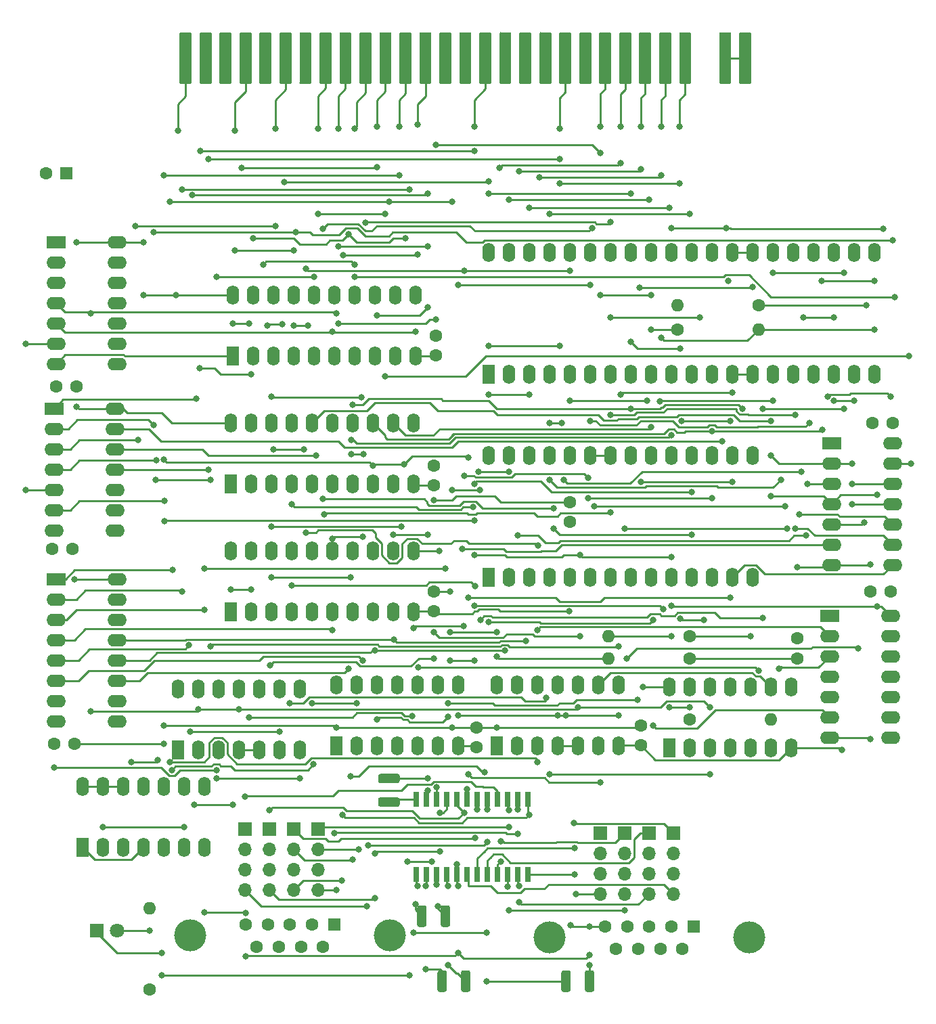
<source format=gbr>
%TF.GenerationSoftware,KiCad,Pcbnew,(5.1.10)-1*%
%TF.CreationDate,2024-05-08T08:23:43+02:00*%
%TF.ProjectId,M003,4d303033-2e6b-4696-9361-645f70636258,rev?*%
%TF.SameCoordinates,Original*%
%TF.FileFunction,Copper,L2,Bot*%
%TF.FilePolarity,Positive*%
%FSLAX46Y46*%
G04 Gerber Fmt 4.6, Leading zero omitted, Abs format (unit mm)*
G04 Created by KiCad (PCBNEW (5.1.10)-1) date 2024-05-08 08:23:43*
%MOMM*%
%LPD*%
G01*
G04 APERTURE LIST*
%TA.AperFunction,ComponentPad*%
%ADD10O,1.600000X2.400000*%
%TD*%
%TA.AperFunction,ComponentPad*%
%ADD11R,1.600000X2.400000*%
%TD*%
%TA.AperFunction,SMDPad,CuDef*%
%ADD12R,0.650000X1.925000*%
%TD*%
%TA.AperFunction,ComponentPad*%
%ADD13O,1.700000X1.700000*%
%TD*%
%TA.AperFunction,ComponentPad*%
%ADD14R,1.700000X1.700000*%
%TD*%
%TA.AperFunction,ComponentPad*%
%ADD15O,2.400000X1.600000*%
%TD*%
%TA.AperFunction,ComponentPad*%
%ADD16R,2.400000X1.600000*%
%TD*%
%TA.AperFunction,ComponentPad*%
%ADD17O,1.600000X1.600000*%
%TD*%
%TA.AperFunction,ComponentPad*%
%ADD18C,1.600000*%
%TD*%
%TA.AperFunction,ComponentPad*%
%ADD19C,4.000000*%
%TD*%
%TA.AperFunction,ComponentPad*%
%ADD20R,1.600000X1.600000*%
%TD*%
%TA.AperFunction,ComponentPad*%
%ADD21C,1.800000*%
%TD*%
%TA.AperFunction,ComponentPad*%
%ADD22R,1.800000X1.800000*%
%TD*%
%TA.AperFunction,ViaPad*%
%ADD23C,0.800000*%
%TD*%
%TA.AperFunction,Conductor*%
%ADD24C,0.250000*%
%TD*%
G04 APERTURE END LIST*
D10*
%TO.P,U8,14*%
%TO.N,+5P*%
X134112000Y-96520000D03*
%TO.P,U8,7*%
%TO.N,GND*%
X149352000Y-104140000D03*
%TO.P,U8,13*%
%TO.N,Net-(U13-Pad16)*%
X136652000Y-96520000D03*
%TO.P,U8,6*%
%TO.N,Net-(IC2-Pad16)*%
X146812000Y-104140000D03*
%TO.P,U8,12*%
%TO.N,Net-(U8-Pad12)*%
X139192000Y-96520000D03*
%TO.P,U8,5*%
%TO.N,Net-(U13-Pad12)*%
X144272000Y-104140000D03*
%TO.P,U8,11*%
%TO.N,Net-(U11-Pad6)*%
X141732000Y-96520000D03*
%TO.P,U8,4*%
%TO.N,Net-(U1-Pad5)*%
X141732000Y-104140000D03*
%TO.P,U8,10*%
X144272000Y-96520000D03*
%TO.P,U8,3*%
%TO.N,Net-(U11-Pad6)*%
X139192000Y-104140000D03*
%TO.P,U8,9*%
%TO.N,Net-(U13-Pad11)*%
X146812000Y-96520000D03*
%TO.P,U8,2*%
%TO.N,Net-(U13-Pad13)*%
X136652000Y-104140000D03*
%TO.P,U8,8*%
%TO.N,Net-(IC1-Pad35)*%
X149352000Y-96520000D03*
D11*
%TO.P,U8,1*%
%TO.N,Net-(U13-Pad18)*%
X134112000Y-104140000D03*
%TD*%
D12*
%TO.P,IC3,24*%
%TO.N,Net-(IC3-Pad24)*%
X158115000Y-110858000D03*
%TO.P,IC3,23*%
%TO.N,Net-(IC3-Pad23)*%
X156845000Y-110858000D03*
%TO.P,IC3,22*%
%TO.N,Net-(IC3-Pad22)*%
X155575000Y-110858000D03*
%TO.P,IC3,21*%
%TO.N,Net-(IC3-Pad21)*%
X154305000Y-110858000D03*
%TO.P,IC3,20*%
%TO.N,Net-(IC3-Pad20)*%
X153035000Y-110858000D03*
%TO.P,IC3,19*%
%TO.N,Net-(IC3-Pad19)*%
X151765000Y-110858000D03*
%TO.P,IC3,18*%
%TO.N,Net-(IC3-Pad18)*%
X150495000Y-110858000D03*
%TO.P,IC3,17*%
%TO.N,Net-(IC3-Pad17)*%
X149225000Y-110858000D03*
%TO.P,IC3,16*%
%TO.N,Net-(IC3-Pad16)*%
X147955000Y-110858000D03*
%TO.P,IC3,15*%
%TO.N,Net-(C10-Pad2)*%
X146685000Y-110858000D03*
%TO.P,IC3,14*%
%TO.N,Net-(C3-Pad2)*%
X145415000Y-110858000D03*
%TO.P,IC3,13*%
%TO.N,Net-(C3-Pad1)*%
X144145000Y-110858000D03*
%TO.P,IC3,12*%
%TO.N,Net-(C21-Pad2)*%
X144145000Y-120282000D03*
%TO.P,IC3,11*%
%TO.N,Net-(C9-Pad1)*%
X145415000Y-120282000D03*
%TO.P,IC3,10*%
%TO.N,Net-(C21-Pad1)*%
X146685000Y-120282000D03*
%TO.P,IC3,9*%
%TO.N,+5P*%
X147955000Y-120282000D03*
%TO.P,IC3,8*%
%TO.N,GND*%
X149225000Y-120282000D03*
%TO.P,IC3,7*%
%TO.N,Net-(IC3-Pad7)*%
X150495000Y-120282000D03*
%TO.P,IC3,6*%
%TO.N,Net-(IC3-Pad6)*%
X151765000Y-120282000D03*
%TO.P,IC3,5*%
%TO.N,Net-(IC3-Pad5)*%
X153035000Y-120282000D03*
%TO.P,IC3,4*%
%TO.N,Net-(IC3-Pad4)*%
X154305000Y-120282000D03*
%TO.P,IC3,3*%
%TO.N,Net-(IC3-Pad3)*%
X155575000Y-120282000D03*
%TO.P,IC3,2*%
%TO.N,Net-(IC3-Pad2)*%
X156845000Y-120282000D03*
%TO.P,IC3,1*%
%TO.N,Net-(IC3-Pad1)*%
X158115000Y-120282000D03*
%TD*%
%TO.P,C21,2*%
%TO.N,Net-(C21-Pad2)*%
%TA.AperFunction,SMDPad,CuDef*%
G36*
G01*
X145404000Y-124375999D02*
X145404000Y-126576001D01*
G75*
G02*
X145154001Y-126826000I-249999J0D01*
G01*
X144503999Y-126826000D01*
G75*
G02*
X144254000Y-126576001I0J249999D01*
G01*
X144254000Y-124375999D01*
G75*
G02*
X144503999Y-124126000I249999J0D01*
G01*
X145154001Y-124126000D01*
G75*
G02*
X145404000Y-124375999I0J-249999D01*
G01*
G37*
%TD.AperFunction*%
%TO.P,C21,1*%
%TO.N,Net-(C21-Pad1)*%
%TA.AperFunction,SMDPad,CuDef*%
G36*
G01*
X148354000Y-124375999D02*
X148354000Y-126576001D01*
G75*
G02*
X148104001Y-126826000I-249999J0D01*
G01*
X147453999Y-126826000D01*
G75*
G02*
X147204000Y-126576001I0J249999D01*
G01*
X147204000Y-124375999D01*
G75*
G02*
X147453999Y-124126000I249999J0D01*
G01*
X148104001Y-124126000D01*
G75*
G02*
X148354000Y-124375999I0J-249999D01*
G01*
G37*
%TD.AperFunction*%
%TD*%
%TO.P,C10,2*%
%TO.N,Net-(C10-Pad2)*%
%TA.AperFunction,SMDPad,CuDef*%
G36*
G01*
X163438000Y-132503999D02*
X163438000Y-134704001D01*
G75*
G02*
X163188001Y-134954000I-249999J0D01*
G01*
X162537999Y-134954000D01*
G75*
G02*
X162288000Y-134704001I0J249999D01*
G01*
X162288000Y-132503999D01*
G75*
G02*
X162537999Y-132254000I249999J0D01*
G01*
X163188001Y-132254000D01*
G75*
G02*
X163438000Y-132503999I0J-249999D01*
G01*
G37*
%TD.AperFunction*%
%TO.P,C10,1*%
%TO.N,GND*%
%TA.AperFunction,SMDPad,CuDef*%
G36*
G01*
X166388000Y-132503999D02*
X166388000Y-134704001D01*
G75*
G02*
X166138001Y-134954000I-249999J0D01*
G01*
X165487999Y-134954000D01*
G75*
G02*
X165238000Y-134704001I0J249999D01*
G01*
X165238000Y-132503999D01*
G75*
G02*
X165487999Y-132254000I249999J0D01*
G01*
X166138001Y-132254000D01*
G75*
G02*
X166388000Y-132503999I0J-249999D01*
G01*
G37*
%TD.AperFunction*%
%TD*%
%TO.P,C9,2*%
%TO.N,+5P*%
%TA.AperFunction,SMDPad,CuDef*%
G36*
G01*
X149744000Y-134704001D02*
X149744000Y-132503999D01*
G75*
G02*
X149993999Y-132254000I249999J0D01*
G01*
X150644001Y-132254000D01*
G75*
G02*
X150894000Y-132503999I0J-249999D01*
G01*
X150894000Y-134704001D01*
G75*
G02*
X150644001Y-134954000I-249999J0D01*
G01*
X149993999Y-134954000D01*
G75*
G02*
X149744000Y-134704001I0J249999D01*
G01*
G37*
%TD.AperFunction*%
%TO.P,C9,1*%
%TO.N,Net-(C9-Pad1)*%
%TA.AperFunction,SMDPad,CuDef*%
G36*
G01*
X146794000Y-134704001D02*
X146794000Y-132503999D01*
G75*
G02*
X147043999Y-132254000I249999J0D01*
G01*
X147694001Y-132254000D01*
G75*
G02*
X147944000Y-132503999I0J-249999D01*
G01*
X147944000Y-134704001D01*
G75*
G02*
X147694001Y-134954000I-249999J0D01*
G01*
X147043999Y-134954000D01*
G75*
G02*
X146794000Y-134704001I0J249999D01*
G01*
G37*
%TD.AperFunction*%
%TD*%
%TO.P,C3,2*%
%TO.N,Net-(C3-Pad2)*%
%TA.AperFunction,SMDPad,CuDef*%
G36*
G01*
X141816001Y-108828000D02*
X139615999Y-108828000D01*
G75*
G02*
X139366000Y-108578001I0J249999D01*
G01*
X139366000Y-107927999D01*
G75*
G02*
X139615999Y-107678000I249999J0D01*
G01*
X141816001Y-107678000D01*
G75*
G02*
X142066000Y-107927999I0J-249999D01*
G01*
X142066000Y-108578001D01*
G75*
G02*
X141816001Y-108828000I-249999J0D01*
G01*
G37*
%TD.AperFunction*%
%TO.P,C3,1*%
%TO.N,Net-(C3-Pad1)*%
%TA.AperFunction,SMDPad,CuDef*%
G36*
G01*
X141816001Y-111778000D02*
X139615999Y-111778000D01*
G75*
G02*
X139366000Y-111528001I0J249999D01*
G01*
X139366000Y-110877999D01*
G75*
G02*
X139615999Y-110628000I249999J0D01*
G01*
X141816001Y-110628000D01*
G75*
G02*
X142066000Y-110877999I0J-249999D01*
G01*
X142066000Y-111528001D01*
G75*
G02*
X141816001Y-111778000I-249999J0D01*
G01*
G37*
%TD.AperFunction*%
%TD*%
%TO.P,XM1,15A*%
%TO.N,N/C*%
%TA.AperFunction,SMDPad,CuDef*%
G36*
G01*
X149526000Y-21238000D02*
X149526000Y-15038000D01*
G75*
G02*
X149676000Y-14888000I150000J0D01*
G01*
X150876000Y-14888000D01*
G75*
G02*
X151026000Y-15038000I0J-150000D01*
G01*
X151026000Y-21238000D01*
G75*
G02*
X150876000Y-21388000I-150000J0D01*
G01*
X149676000Y-21388000D01*
G75*
G02*
X149526000Y-21238000I0J150000D01*
G01*
G37*
%TD.AperFunction*%
%TO.P,XM1,20A*%
%TO.N,~RESET*%
%TA.AperFunction,SMDPad,CuDef*%
G36*
G01*
X137026000Y-21238000D02*
X137026000Y-15038000D01*
G75*
G02*
X137176000Y-14888000I150000J0D01*
G01*
X138376000Y-14888000D01*
G75*
G02*
X138526000Y-15038000I0J-150000D01*
G01*
X138526000Y-21238000D01*
G75*
G02*
X138376000Y-21388000I-150000J0D01*
G01*
X137176000Y-21388000D01*
G75*
G02*
X137026000Y-21238000I0J150000D01*
G01*
G37*
%TD.AperFunction*%
%TO.P,XM1,22A*%
%TO.N,~M1*%
%TA.AperFunction,SMDPad,CuDef*%
G36*
G01*
X132026000Y-21238000D02*
X132026000Y-15038000D01*
G75*
G02*
X132176000Y-14888000I150000J0D01*
G01*
X133376000Y-14888000D01*
G75*
G02*
X133526000Y-15038000I0J-150000D01*
G01*
X133526000Y-21238000D01*
G75*
G02*
X133376000Y-21388000I-150000J0D01*
G01*
X132176000Y-21388000D01*
G75*
G02*
X132026000Y-21238000I0J150000D01*
G01*
G37*
%TD.AperFunction*%
%TO.P,XM1,23A*%
%TO.N,N/C*%
%TA.AperFunction,SMDPad,CuDef*%
G36*
G01*
X129526000Y-21238000D02*
X129526000Y-15038000D01*
G75*
G02*
X129676000Y-14888000I150000J0D01*
G01*
X130876000Y-14888000D01*
G75*
G02*
X131026000Y-15038000I0J-150000D01*
G01*
X131026000Y-21238000D01*
G75*
G02*
X130876000Y-21388000I-150000J0D01*
G01*
X129676000Y-21388000D01*
G75*
G02*
X129526000Y-21238000I0J150000D01*
G01*
G37*
%TD.AperFunction*%
%TO.P,XM1,25A*%
%TA.AperFunction,SMDPad,CuDef*%
G36*
G01*
X124526000Y-21238000D02*
X124526000Y-15038000D01*
G75*
G02*
X124676000Y-14888000I150000J0D01*
G01*
X125876000Y-14888000D01*
G75*
G02*
X126026000Y-15038000I0J-150000D01*
G01*
X126026000Y-21238000D01*
G75*
G02*
X125876000Y-21388000I-150000J0D01*
G01*
X124676000Y-21388000D01*
G75*
G02*
X124526000Y-21238000I0J150000D01*
G01*
G37*
%TD.AperFunction*%
%TO.P,XM1,27A*%
%TA.AperFunction,SMDPad,CuDef*%
G36*
G01*
X119526000Y-21238000D02*
X119526000Y-15038000D01*
G75*
G02*
X119676000Y-14888000I150000J0D01*
G01*
X120876000Y-14888000D01*
G75*
G02*
X121026000Y-15038000I0J-150000D01*
G01*
X121026000Y-21238000D01*
G75*
G02*
X120876000Y-21388000I-150000J0D01*
G01*
X119676000Y-21388000D01*
G75*
G02*
X119526000Y-21238000I0J150000D01*
G01*
G37*
%TD.AperFunction*%
%TO.P,XM1,28A*%
%TA.AperFunction,SMDPad,CuDef*%
G36*
G01*
X117026000Y-21238000D02*
X117026000Y-15038000D01*
G75*
G02*
X117176000Y-14888000I150000J0D01*
G01*
X118376000Y-14888000D01*
G75*
G02*
X118526000Y-15038000I0J-150000D01*
G01*
X118526000Y-21238000D01*
G75*
G02*
X118376000Y-21388000I-150000J0D01*
G01*
X117176000Y-21388000D01*
G75*
G02*
X117026000Y-21238000I0J150000D01*
G01*
G37*
%TD.AperFunction*%
%TO.P,XM1,10A*%
%TO.N,IEO*%
%TA.AperFunction,SMDPad,CuDef*%
G36*
G01*
X162026000Y-21238000D02*
X162026000Y-15038000D01*
G75*
G02*
X162176000Y-14888000I150000J0D01*
G01*
X163376000Y-14888000D01*
G75*
G02*
X163526000Y-15038000I0J-150000D01*
G01*
X163526000Y-21238000D01*
G75*
G02*
X163376000Y-21388000I-150000J0D01*
G01*
X162176000Y-21388000D01*
G75*
G02*
X162026000Y-21238000I0J150000D01*
G01*
G37*
%TD.AperFunction*%
%TO.P,XM1,11A*%
%TO.N,N/C*%
%TA.AperFunction,SMDPad,CuDef*%
G36*
G01*
X159526000Y-21238000D02*
X159526000Y-15038000D01*
G75*
G02*
X159676000Y-14888000I150000J0D01*
G01*
X160876000Y-14888000D01*
G75*
G02*
X161026000Y-15038000I0J-150000D01*
G01*
X161026000Y-21238000D01*
G75*
G02*
X160876000Y-21388000I-150000J0D01*
G01*
X159676000Y-21388000D01*
G75*
G02*
X159526000Y-21238000I0J150000D01*
G01*
G37*
%TD.AperFunction*%
%TO.P,XM1,12A*%
%TA.AperFunction,SMDPad,CuDef*%
G36*
G01*
X157026000Y-21238000D02*
X157026000Y-15038000D01*
G75*
G02*
X157176000Y-14888000I150000J0D01*
G01*
X158376000Y-14888000D01*
G75*
G02*
X158526000Y-15038000I0J-150000D01*
G01*
X158526000Y-21238000D01*
G75*
G02*
X158376000Y-21388000I-150000J0D01*
G01*
X157176000Y-21388000D01*
G75*
G02*
X157026000Y-21238000I0J150000D01*
G01*
G37*
%TD.AperFunction*%
%TO.P,XM1,13A*%
%TA.AperFunction,SMDPad,CuDef*%
G36*
G01*
X154526000Y-21238000D02*
X154526000Y-15038000D01*
G75*
G02*
X154676000Y-14888000I150000J0D01*
G01*
X155876000Y-14888000D01*
G75*
G02*
X156026000Y-15038000I0J-150000D01*
G01*
X156026000Y-21238000D01*
G75*
G02*
X155876000Y-21388000I-150000J0D01*
G01*
X154676000Y-21388000D01*
G75*
G02*
X154526000Y-21238000I0J150000D01*
G01*
G37*
%TD.AperFunction*%
%TO.P,XM1,14A*%
%TO.N,AB8*%
%TA.AperFunction,SMDPad,CuDef*%
G36*
G01*
X152026000Y-21238000D02*
X152026000Y-15038000D01*
G75*
G02*
X152176000Y-14888000I150000J0D01*
G01*
X153376000Y-14888000D01*
G75*
G02*
X153526000Y-15038000I0J-150000D01*
G01*
X153526000Y-21238000D01*
G75*
G02*
X153376000Y-21388000I-150000J0D01*
G01*
X152176000Y-21388000D01*
G75*
G02*
X152026000Y-21238000I0J150000D01*
G01*
G37*
%TD.AperFunction*%
%TO.P,XM1,16A*%
%TO.N,N/C*%
%TA.AperFunction,SMDPad,CuDef*%
G36*
G01*
X147026000Y-21238000D02*
X147026000Y-15038000D01*
G75*
G02*
X147176000Y-14888000I150000J0D01*
G01*
X148376000Y-14888000D01*
G75*
G02*
X148526000Y-15038000I0J-150000D01*
G01*
X148526000Y-21238000D01*
G75*
G02*
X148376000Y-21388000I-150000J0D01*
G01*
X147176000Y-21388000D01*
G75*
G02*
X147026000Y-21238000I0J150000D01*
G01*
G37*
%TD.AperFunction*%
%TO.P,XM1,17A*%
%TO.N,AB4*%
%TA.AperFunction,SMDPad,CuDef*%
G36*
G01*
X144526000Y-21238000D02*
X144526000Y-15038000D01*
G75*
G02*
X144676000Y-14888000I150000J0D01*
G01*
X145876000Y-14888000D01*
G75*
G02*
X146026000Y-15038000I0J-150000D01*
G01*
X146026000Y-21238000D01*
G75*
G02*
X145876000Y-21388000I-150000J0D01*
G01*
X144676000Y-21388000D01*
G75*
G02*
X144526000Y-21238000I0J150000D01*
G01*
G37*
%TD.AperFunction*%
%TO.P,XM1,18A*%
%TO.N,AB2*%
%TA.AperFunction,SMDPad,CuDef*%
G36*
G01*
X142026000Y-21238000D02*
X142026000Y-15038000D01*
G75*
G02*
X142176000Y-14888000I150000J0D01*
G01*
X143376000Y-14888000D01*
G75*
G02*
X143526000Y-15038000I0J-150000D01*
G01*
X143526000Y-21238000D01*
G75*
G02*
X143376000Y-21388000I-150000J0D01*
G01*
X142176000Y-21388000D01*
G75*
G02*
X142026000Y-21238000I0J150000D01*
G01*
G37*
%TD.AperFunction*%
%TO.P,XM1,19A*%
%TO.N,AB0*%
%TA.AperFunction,SMDPad,CuDef*%
G36*
G01*
X139526000Y-21238000D02*
X139526000Y-15038000D01*
G75*
G02*
X139676000Y-14888000I150000J0D01*
G01*
X140876000Y-14888000D01*
G75*
G02*
X141026000Y-15038000I0J-150000D01*
G01*
X141026000Y-21238000D01*
G75*
G02*
X140876000Y-21388000I-150000J0D01*
G01*
X139676000Y-21388000D01*
G75*
G02*
X139526000Y-21238000I0J150000D01*
G01*
G37*
%TD.AperFunction*%
%TO.P,XM1,1A*%
%TO.N,GND*%
%TA.AperFunction,SMDPad,CuDef*%
G36*
G01*
X184526000Y-21238000D02*
X184526000Y-15038000D01*
G75*
G02*
X184676000Y-14888000I150000J0D01*
G01*
X185876000Y-14888000D01*
G75*
G02*
X186026000Y-15038000I0J-150000D01*
G01*
X186026000Y-21238000D01*
G75*
G02*
X185876000Y-21388000I-150000J0D01*
G01*
X184676000Y-21388000D01*
G75*
G02*
X184526000Y-21238000I0J150000D01*
G01*
G37*
%TD.AperFunction*%
%TO.P,XM1,21A*%
%TO.N,TAKT*%
%TA.AperFunction,SMDPad,CuDef*%
G36*
G01*
X134526000Y-21238000D02*
X134526000Y-15038000D01*
G75*
G02*
X134676000Y-14888000I150000J0D01*
G01*
X135876000Y-14888000D01*
G75*
G02*
X136026000Y-15038000I0J-150000D01*
G01*
X136026000Y-21238000D01*
G75*
G02*
X135876000Y-21388000I-150000J0D01*
G01*
X134676000Y-21388000D01*
G75*
G02*
X134526000Y-21238000I0J150000D01*
G01*
G37*
%TD.AperFunction*%
%TO.P,XM1,24A*%
%TO.N,MEO*%
%TA.AperFunction,SMDPad,CuDef*%
G36*
G01*
X127026000Y-21238000D02*
X127026000Y-15038000D01*
G75*
G02*
X127176000Y-14888000I150000J0D01*
G01*
X128376000Y-14888000D01*
G75*
G02*
X128526000Y-15038000I0J-150000D01*
G01*
X128526000Y-21238000D01*
G75*
G02*
X128376000Y-21388000I-150000J0D01*
G01*
X127176000Y-21388000D01*
G75*
G02*
X127026000Y-21238000I0J150000D01*
G01*
G37*
%TD.AperFunction*%
%TO.P,XM1,26A*%
%TO.N,~MAD*%
%TA.AperFunction,SMDPad,CuDef*%
G36*
G01*
X122026000Y-21238000D02*
X122026000Y-15038000D01*
G75*
G02*
X122176000Y-14888000I150000J0D01*
G01*
X123376000Y-14888000D01*
G75*
G02*
X123526000Y-15038000I0J-150000D01*
G01*
X123526000Y-21238000D01*
G75*
G02*
X123376000Y-21388000I-150000J0D01*
G01*
X122176000Y-21388000D01*
G75*
G02*
X122026000Y-21238000I0J150000D01*
G01*
G37*
%TD.AperFunction*%
%TO.P,XM1,29A*%
%TO.N,+5P*%
%TA.AperFunction,SMDPad,CuDef*%
G36*
G01*
X114526000Y-21238000D02*
X114526000Y-15038000D01*
G75*
G02*
X114676000Y-14888000I150000J0D01*
G01*
X115876000Y-14888000D01*
G75*
G02*
X116026000Y-15038000I0J-150000D01*
G01*
X116026000Y-21238000D01*
G75*
G02*
X115876000Y-21388000I-150000J0D01*
G01*
X114676000Y-21388000D01*
G75*
G02*
X114526000Y-21238000I0J150000D01*
G01*
G37*
%TD.AperFunction*%
%TO.P,XM1,2A*%
%TO.N,GND*%
%TA.AperFunction,SMDPad,CuDef*%
G36*
G01*
X182026000Y-21238000D02*
X182026000Y-15038000D01*
G75*
G02*
X182176000Y-14888000I150000J0D01*
G01*
X183376000Y-14888000D01*
G75*
G02*
X183526000Y-15038000I0J-150000D01*
G01*
X183526000Y-21238000D01*
G75*
G02*
X183376000Y-21388000I-150000J0D01*
G01*
X182176000Y-21388000D01*
G75*
G02*
X182026000Y-21238000I0J150000D01*
G01*
G37*
%TD.AperFunction*%
%TO.P,XM1,4A*%
%TO.N,DB7*%
%TA.AperFunction,SMDPad,CuDef*%
G36*
G01*
X177026000Y-21238000D02*
X177026000Y-15038000D01*
G75*
G02*
X177176000Y-14888000I150000J0D01*
G01*
X178376000Y-14888000D01*
G75*
G02*
X178526000Y-15038000I0J-150000D01*
G01*
X178526000Y-21238000D01*
G75*
G02*
X178376000Y-21388000I-150000J0D01*
G01*
X177176000Y-21388000D01*
G75*
G02*
X177026000Y-21238000I0J150000D01*
G01*
G37*
%TD.AperFunction*%
%TO.P,XM1,5A*%
%TO.N,DB5*%
%TA.AperFunction,SMDPad,CuDef*%
G36*
G01*
X174526000Y-21238000D02*
X174526000Y-15038000D01*
G75*
G02*
X174676000Y-14888000I150000J0D01*
G01*
X175876000Y-14888000D01*
G75*
G02*
X176026000Y-15038000I0J-150000D01*
G01*
X176026000Y-21238000D01*
G75*
G02*
X175876000Y-21388000I-150000J0D01*
G01*
X174676000Y-21388000D01*
G75*
G02*
X174526000Y-21238000I0J150000D01*
G01*
G37*
%TD.AperFunction*%
%TO.P,XM1,6A*%
%TO.N,DB3*%
%TA.AperFunction,SMDPad,CuDef*%
G36*
G01*
X172026000Y-21238000D02*
X172026000Y-15038000D01*
G75*
G02*
X172176000Y-14888000I150000J0D01*
G01*
X173376000Y-14888000D01*
G75*
G02*
X173526000Y-15038000I0J-150000D01*
G01*
X173526000Y-21238000D01*
G75*
G02*
X173376000Y-21388000I-150000J0D01*
G01*
X172176000Y-21388000D01*
G75*
G02*
X172026000Y-21238000I0J150000D01*
G01*
G37*
%TD.AperFunction*%
%TO.P,XM1,7A*%
%TO.N,DB1*%
%TA.AperFunction,SMDPad,CuDef*%
G36*
G01*
X169526000Y-21238000D02*
X169526000Y-15038000D01*
G75*
G02*
X169676000Y-14888000I150000J0D01*
G01*
X170876000Y-14888000D01*
G75*
G02*
X171026000Y-15038000I0J-150000D01*
G01*
X171026000Y-21238000D01*
G75*
G02*
X170876000Y-21388000I-150000J0D01*
G01*
X169676000Y-21388000D01*
G75*
G02*
X169526000Y-21238000I0J150000D01*
G01*
G37*
%TD.AperFunction*%
%TO.P,XM1,8A*%
%TO.N,~WR*%
%TA.AperFunction,SMDPad,CuDef*%
G36*
G01*
X167026000Y-21238000D02*
X167026000Y-15038000D01*
G75*
G02*
X167176000Y-14888000I150000J0D01*
G01*
X168376000Y-14888000D01*
G75*
G02*
X168526000Y-15038000I0J-150000D01*
G01*
X168526000Y-21238000D01*
G75*
G02*
X168376000Y-21388000I-150000J0D01*
G01*
X167176000Y-21388000D01*
G75*
G02*
X167026000Y-21238000I0J150000D01*
G01*
G37*
%TD.AperFunction*%
%TO.P,XM1,9A*%
%TO.N,N/C*%
%TA.AperFunction,SMDPad,CuDef*%
G36*
G01*
X164526000Y-21238000D02*
X164526000Y-15038000D01*
G75*
G02*
X164676000Y-14888000I150000J0D01*
G01*
X165876000Y-14888000D01*
G75*
G02*
X166026000Y-15038000I0J-150000D01*
G01*
X166026000Y-21238000D01*
G75*
G02*
X165876000Y-21388000I-150000J0D01*
G01*
X164676000Y-21388000D01*
G75*
G02*
X164526000Y-21238000I0J150000D01*
G01*
G37*
%TD.AperFunction*%
%TD*%
D13*
%TO.P,J10,4*%
%TO.N,Net-(IC3-Pad1)*%
X167132000Y-122682000D03*
%TO.P,J10,3*%
%TO.N,Net-(J1-Pad4)*%
X167132000Y-120142000D03*
%TO.P,J10,2*%
%TO.N,DTRA*%
X167132000Y-117602000D03*
D14*
%TO.P,J10,1*%
%TO.N,Net-(IC3-Pad18)*%
X167132000Y-115062000D03*
%TD*%
D13*
%TO.P,J9,4*%
%TO.N,Net-(IC3-Pad3)*%
X170180000Y-122682000D03*
%TO.P,J9,3*%
%TO.N,Net-(J1-Pad8)*%
X170180000Y-120142000D03*
%TO.P,J9,2*%
%TO.N,CTSA*%
X170180000Y-117602000D03*
D14*
%TO.P,J9,1*%
%TO.N,Net-(IC3-Pad4)*%
X170180000Y-115062000D03*
%TD*%
D13*
%TO.P,J8,4*%
%TO.N,Net-(IC3-Pad7)*%
X176276000Y-122682000D03*
%TO.P,J8,3*%
%TO.N,Net-(J1-Pad2)*%
X176276000Y-120142000D03*
%TO.P,J8,2*%
%TO.N,RXDA*%
X176276000Y-117602000D03*
D14*
%TO.P,J8,1*%
%TO.N,Net-(IC3-Pad6)*%
X176276000Y-115062000D03*
%TD*%
D13*
%TO.P,J7,4*%
%TO.N,Net-(IC3-Pad2)*%
X173228000Y-122682000D03*
%TO.P,J7,3*%
%TO.N,Net-(J1-Pad3)*%
X173228000Y-120142000D03*
%TO.P,J7,2*%
%TO.N,TXDA*%
X173228000Y-117602000D03*
D14*
%TO.P,J7,1*%
%TO.N,Net-(IC3-Pad5)*%
X173228000Y-115062000D03*
%TD*%
D13*
%TO.P,J6,4*%
%TO.N,Net-(IC3-Pad20)*%
X122682000Y-122174000D03*
%TO.P,J6,3*%
%TO.N,Net-(J2-Pad4)*%
X122682000Y-119634000D03*
%TO.P,J6,2*%
%TO.N,DTRB*%
X122682000Y-117094000D03*
D14*
%TO.P,J6,1*%
%TO.N,Net-(IC3-Pad21)*%
X122682000Y-114554000D03*
%TD*%
D13*
%TO.P,J5,4*%
%TO.N,Net-(IC3-Pad16)*%
X125730000Y-122174000D03*
%TO.P,J5,3*%
%TO.N,Net-(J2-Pad8)*%
X125730000Y-119634000D03*
%TO.P,J5,2*%
%TO.N,CTSB*%
X125730000Y-117094000D03*
D14*
%TO.P,J5,1*%
%TO.N,Net-(IC3-Pad17)*%
X125730000Y-114554000D03*
%TD*%
D13*
%TO.P,J4,4*%
%TO.N,Net-(IC3-Pad23)*%
X131826000Y-122174000D03*
%TO.P,J4,3*%
%TO.N,Net-(J2-Pad2)*%
X131826000Y-119634000D03*
%TO.P,J4,2*%
%TO.N,RXDB*%
X131826000Y-117094000D03*
D14*
%TO.P,J4,1*%
%TO.N,Net-(IC3-Pad22)*%
X131826000Y-114554000D03*
%TD*%
D13*
%TO.P,J3,4*%
%TO.N,Net-(IC3-Pad24)*%
X128778000Y-122174000D03*
%TO.P,J3,3*%
%TO.N,Net-(J2-Pad3)*%
X128778000Y-119634000D03*
%TO.P,J3,2*%
%TO.N,TXDB*%
X128778000Y-117094000D03*
D14*
%TO.P,J3,1*%
%TO.N,Net-(IC3-Pad19)*%
X128778000Y-114554000D03*
%TD*%
D15*
%TO.P,U15,14*%
%TO.N,+5P*%
X106426000Y-61976000D03*
%TO.P,U15,7*%
%TO.N,GND*%
X98806000Y-77216000D03*
%TO.P,U15,13*%
%TO.N,Net-(IC2-Pad13)*%
X106426000Y-64516000D03*
%TO.P,U15,6*%
%TO.N,N25*%
X98806000Y-74676000D03*
%TO.P,U15,12*%
%TO.N,Net-(IC2-Pad11)*%
X106426000Y-67056000D03*
%TO.P,U15,5*%
%TO.N,N14*%
X98806000Y-72136000D03*
%TO.P,U15,11*%
%TO.N,IEO*%
X106426000Y-69596000D03*
%TO.P,U15,4*%
%TO.N,Net-(U15-Pad4)*%
X98806000Y-69596000D03*
%TO.P,U15,10*%
%TO.N,N/C*%
X106426000Y-72136000D03*
%TO.P,U15,3*%
%TO.N,MEO*%
X98806000Y-67056000D03*
%TO.P,U15,9*%
%TO.N,N/C*%
X106426000Y-74676000D03*
%TO.P,U15,2*%
%TO.N,MEI*%
X98806000Y-64516000D03*
%TO.P,U15,8*%
%TO.N,N/C*%
X106426000Y-77216000D03*
D16*
%TO.P,U15,1*%
%TO.N,Net-(U10-Pad6)*%
X98806000Y-61976000D03*
%TD*%
D15*
%TO.P,U14,14*%
%TO.N,+5P*%
X106680000Y-41148000D03*
%TO.P,U14,7*%
%TO.N,GND*%
X99060000Y-56388000D03*
%TO.P,U14,13*%
%TO.N,N/C*%
X106680000Y-43688000D03*
%TO.P,U14,6*%
%TO.N,N14*%
X99060000Y-53848000D03*
%TO.P,U14,12*%
%TO.N,N/C*%
X106680000Y-46228000D03*
%TO.P,U14,5*%
%TO.N,Net-(U14-Pad5)*%
X99060000Y-51308000D03*
%TO.P,U14,11*%
%TO.N,N/C*%
X106680000Y-48768000D03*
%TO.P,U14,4*%
%TO.N,N09*%
X99060000Y-48768000D03*
%TO.P,U14,10*%
%TO.N,N/C*%
X106680000Y-51308000D03*
%TO.P,U14,3*%
X99060000Y-46228000D03*
%TO.P,U14,9*%
X106680000Y-53848000D03*
%TO.P,U14,2*%
X99060000Y-43688000D03*
%TO.P,U14,8*%
X106680000Y-56388000D03*
D16*
%TO.P,U14,1*%
X99060000Y-41148000D03*
%TD*%
D17*
%TO.P,R6,2*%
%TO.N,+5P*%
X110744000Y-124460000D03*
D18*
%TO.P,R6,1*%
%TO.N,Net-(D1-Pad2)*%
X110744000Y-134620000D03*
%TD*%
D17*
%TO.P,R5,2*%
%TO.N,+5P*%
X176784000Y-49022000D03*
D18*
%TO.P,R5,1*%
%TO.N,Net-(R5-Pad1)*%
X186944000Y-49022000D03*
%TD*%
%TO.P,C20,2*%
%TO.N,GND*%
X200954000Y-84836000D03*
%TO.P,C20,1*%
%TO.N,+5P*%
X203454000Y-84836000D03*
%TD*%
%TO.P,C19,2*%
%TO.N,GND*%
X151638000Y-104354000D03*
%TO.P,C19,1*%
%TO.N,+5P*%
X151638000Y-101854000D03*
%TD*%
%TO.P,C18,2*%
%TO.N,GND*%
X201208000Y-63754000D03*
%TO.P,C18,1*%
%TO.N,+5P*%
X203708000Y-63754000D03*
%TD*%
%TO.P,C17,2*%
%TO.N,GND*%
X172212000Y-104100000D03*
%TO.P,C17,1*%
%TO.N,+5P*%
X172212000Y-101600000D03*
%TD*%
%TO.P,C16,2*%
%TO.N,GND*%
X98846000Y-103886000D03*
%TO.P,C16,1*%
%TO.N,+5P*%
X101346000Y-103886000D03*
%TD*%
%TO.P,C15,2*%
%TO.N,GND*%
X146304000Y-71588000D03*
%TO.P,C15,1*%
%TO.N,+5P*%
X146304000Y-69088000D03*
%TD*%
%TO.P,C14,2*%
%TO.N,GND*%
X146304000Y-87336000D03*
%TO.P,C14,1*%
%TO.N,+5P*%
X146304000Y-84836000D03*
%TD*%
%TO.P,C13,2*%
%TO.N,GND*%
X99100000Y-59182000D03*
%TO.P,C13,1*%
%TO.N,+5P*%
X101600000Y-59182000D03*
%TD*%
%TO.P,C4,2*%
%TO.N,GND*%
X98592000Y-79502000D03*
%TO.P,C4,1*%
%TO.N,+5P*%
X101092000Y-79502000D03*
%TD*%
%TO.P,C1,2*%
%TO.N,GND*%
X146558000Y-55332000D03*
%TO.P,C1,1*%
%TO.N,+5P*%
X146558000Y-52832000D03*
%TD*%
D10*
%TO.P,U13,20*%
%TO.N,+5P*%
X120904000Y-79756000D03*
%TO.P,U13,10*%
%TO.N,GND*%
X143764000Y-87376000D03*
%TO.P,U13,19*%
X123444000Y-79756000D03*
%TO.P,U13,9*%
%TO.N,Net-(U13-Pad9)*%
X141224000Y-87376000D03*
%TO.P,U13,18*%
%TO.N,Net-(U13-Pad18)*%
X125984000Y-79756000D03*
%TO.P,U13,8*%
%TO.N,Net-(U13-Pad8)*%
X138684000Y-87376000D03*
%TO.P,U13,17*%
%TO.N,N20*%
X128524000Y-79756000D03*
%TO.P,U13,7*%
%TO.N,Net-(U13-Pad7)*%
X136144000Y-87376000D03*
%TO.P,U13,16*%
%TO.N,Net-(U13-Pad16)*%
X131064000Y-79756000D03*
%TO.P,U13,6*%
%TO.N,AB4*%
X133604000Y-87376000D03*
%TO.P,U13,15*%
%TO.N,N21*%
X133604000Y-79756000D03*
%TO.P,U13,5*%
%TO.N,Net-(U13-Pad16)*%
X131064000Y-87376000D03*
%TO.P,U13,14*%
%TO.N,Net-(U13-Pad14)*%
X136144000Y-79756000D03*
%TO.P,U13,4*%
%TO.N,AB1*%
X128524000Y-87376000D03*
%TO.P,U13,13*%
%TO.N,Net-(U13-Pad13)*%
X138684000Y-79756000D03*
%TO.P,U13,3*%
%TO.N,Net-(U13-Pad18)*%
X125984000Y-87376000D03*
%TO.P,U13,12*%
%TO.N,Net-(U13-Pad12)*%
X141224000Y-79756000D03*
%TO.P,U13,2*%
%TO.N,AB0*%
X123444000Y-87376000D03*
%TO.P,U13,11*%
%TO.N,Net-(U13-Pad11)*%
X143764000Y-79756000D03*
D11*
%TO.P,U13,1*%
%TO.N,GND*%
X120904000Y-87376000D03*
%TD*%
D15*
%TO.P,U12,14*%
%TO.N,+5P*%
X203454000Y-87884000D03*
%TO.P,U12,7*%
%TO.N,GND*%
X195834000Y-103124000D03*
%TO.P,U12,13*%
%TO.N,N/C*%
X203454000Y-90424000D03*
%TO.P,U12,6*%
%TO.N,DB4*%
X195834000Y-100584000D03*
%TO.P,U12,12*%
%TO.N,N/C*%
X203454000Y-92964000D03*
%TO.P,U12,5*%
%TO.N,Net-(U11-Pad11)*%
X195834000Y-98044000D03*
%TO.P,U12,11*%
%TO.N,N/C*%
X203454000Y-95504000D03*
%TO.P,U12,4*%
%TO.N,Net-(U12-Pad2)*%
X195834000Y-95504000D03*
%TO.P,U12,10*%
%TO.N,N/C*%
X203454000Y-98044000D03*
%TO.P,U12,3*%
%TO.N,DB0*%
X195834000Y-92964000D03*
%TO.P,U12,9*%
%TO.N,N/C*%
X203454000Y-100584000D03*
%TO.P,U12,2*%
%TO.N,Net-(U12-Pad2)*%
X195834000Y-90424000D03*
%TO.P,U12,8*%
%TO.N,N/C*%
X203454000Y-103124000D03*
D16*
%TO.P,U12,1*%
%TO.N,Net-(U11-Pad11)*%
X195834000Y-87884000D03*
%TD*%
D15*
%TO.P,U11,14*%
%TO.N,+5P*%
X203708000Y-66294000D03*
%TO.P,U11,7*%
%TO.N,GND*%
X196088000Y-81534000D03*
%TO.P,U11,13*%
%TO.N,Net-(U11-Pad13)*%
X203708000Y-68834000D03*
%TO.P,U11,6*%
%TO.N,Net-(U11-Pad6)*%
X196088000Y-78994000D03*
%TO.P,U11,12*%
%TO.N,Net-(U11-Pad12)*%
X203708000Y-71374000D03*
%TO.P,U11,5*%
%TO.N,Net-(R5-Pad1)*%
X196088000Y-76454000D03*
%TO.P,U11,11*%
%TO.N,Net-(U11-Pad11)*%
X203708000Y-73914000D03*
%TO.P,U11,4*%
%TO.N,MEI*%
X196088000Y-73914000D03*
%TO.P,U11,10*%
%TO.N,IEI*%
X203708000Y-76454000D03*
%TO.P,U11,3*%
%TO.N,Net-(U11-Pad3)*%
X196088000Y-71374000D03*
%TO.P,U11,9*%
%TO.N,Net-(IC1-Pad7)*%
X203708000Y-78994000D03*
%TO.P,U11,2*%
%TO.N,Net-(U11-Pad12)*%
X196088000Y-68834000D03*
%TO.P,U11,8*%
%TO.N,Net-(IC2-Pad13)*%
X203708000Y-81534000D03*
D16*
%TO.P,U11,1*%
%TO.N,Net-(U11-Pad1)*%
X196088000Y-66294000D03*
%TD*%
D10*
%TO.P,U10,14*%
%TO.N,+5P*%
X114300000Y-97028000D03*
%TO.P,U10,7*%
%TO.N,GND*%
X129540000Y-104648000D03*
%TO.P,U10,13*%
%TO.N,N09*%
X116840000Y-97028000D03*
%TO.P,U10,6*%
%TO.N,Net-(U10-Pad6)*%
X127000000Y-104648000D03*
%TO.P,U10,12*%
%TO.N,Net-(U10-Pad12)*%
X119380000Y-97028000D03*
%TO.P,U10,5*%
%TO.N,N09*%
X124460000Y-104648000D03*
%TO.P,U10,11*%
%TO.N,N/C*%
X121920000Y-97028000D03*
%TO.P,U10,4*%
%TO.N,N09*%
X121920000Y-104648000D03*
%TO.P,U10,10*%
%TO.N,Net-(U10-Pad10)*%
X124460000Y-97028000D03*
%TO.P,U10,3*%
%TO.N,N/C*%
X119380000Y-104648000D03*
%TO.P,U10,9*%
%TO.N,Net-(U10-Pad9)*%
X127000000Y-97028000D03*
%TO.P,U10,2*%
%TO.N,Net-(U1-Pad5)*%
X116840000Y-104648000D03*
%TO.P,U10,8*%
%TO.N,Net-(U10-Pad8)*%
X129540000Y-97028000D03*
D11*
%TO.P,U10,1*%
%TO.N,Net-(U10-Pad1)*%
X114300000Y-104648000D03*
%TD*%
D10*
%TO.P,U9,20*%
%TO.N,+5P*%
X120904000Y-63754000D03*
%TO.P,U9,10*%
%TO.N,GND*%
X143764000Y-71374000D03*
%TO.P,U9,19*%
%TO.N,N/C*%
X123444000Y-63754000D03*
%TO.P,U9,9*%
X141224000Y-71374000D03*
%TO.P,U9,18*%
%TO.N,Net-(U9-Pad18)*%
X125984000Y-63754000D03*
%TO.P,U9,8*%
%TO.N,N24*%
X138684000Y-71374000D03*
%TO.P,U9,17*%
%TO.N,Net-(U12-Pad2)*%
X128524000Y-63754000D03*
%TO.P,U9,7*%
%TO.N,Net-(U9-Pad18)*%
X136144000Y-71374000D03*
%TO.P,U9,16*%
%TO.N,Net-(U11-Pad12)*%
X131064000Y-63754000D03*
%TO.P,U9,6*%
%TO.N,Net-(U14-Pad5)*%
X133604000Y-71374000D03*
%TO.P,U9,15*%
%TO.N,N/C*%
X133604000Y-63754000D03*
%TO.P,U9,5*%
X131064000Y-71374000D03*
%TO.P,U9,14*%
%TO.N,N15*%
X136144000Y-63754000D03*
%TO.P,U9,4*%
%TO.N,Net-(U10-Pad8)*%
X128524000Y-71374000D03*
%TO.P,U9,13*%
%TO.N,N16*%
X138684000Y-63754000D03*
%TO.P,U9,3*%
%TO.N,Net-(U8-Pad12)*%
X125984000Y-71374000D03*
%TO.P,U9,12*%
%TO.N,N13*%
X141224000Y-63754000D03*
%TO.P,U9,2*%
%TO.N,~RESET*%
X123444000Y-71374000D03*
%TO.P,U9,11*%
%TO.N,N/C*%
X143764000Y-63754000D03*
D11*
%TO.P,U9,1*%
X120904000Y-71374000D03*
%TD*%
D17*
%TO.P,R4,2*%
%TO.N,+5P*%
X168148000Y-90424000D03*
D18*
%TO.P,R4,1*%
%TO.N,Net-(R4-Pad1)*%
X178308000Y-90424000D03*
%TD*%
D17*
%TO.P,R3,2*%
%TO.N,+5P*%
X168148000Y-93218000D03*
D18*
%TO.P,R3,1*%
%TO.N,Net-(C11-Pad1)*%
X178308000Y-93218000D03*
%TD*%
D17*
%TO.P,R2,2*%
%TO.N,DB0*%
X188468000Y-100838000D03*
D18*
%TO.P,R2,1*%
%TO.N,Net-(R2-Pad1)*%
X178308000Y-100838000D03*
%TD*%
%TO.P,C12,2*%
%TO.N,GND*%
X163322000Y-76160000D03*
%TO.P,C12,1*%
%TO.N,+5P*%
X163322000Y-73660000D03*
%TD*%
%TO.P,C11,2*%
%TO.N,GND*%
X191770000Y-90718000D03*
%TO.P,C11,1*%
%TO.N,Net-(C11-Pad1)*%
X191770000Y-93218000D03*
%TD*%
D15*
%TO.P,U5,16*%
%TO.N,+5P*%
X106680000Y-83312000D03*
%TO.P,U5,8*%
%TO.N,GND*%
X99060000Y-101092000D03*
%TO.P,U5,15*%
%TO.N,N/C*%
X106680000Y-85852000D03*
%TO.P,U5,7*%
X99060000Y-98552000D03*
%TO.P,U5,14*%
X106680000Y-88392000D03*
%TO.P,U5,6*%
%TO.N,Net-(U13-Pad14)*%
X99060000Y-96012000D03*
%TO.P,U5,13*%
%TO.N,Net-(U13-Pad9)*%
X106680000Y-90932000D03*
%TO.P,U5,5*%
%TO.N,AB5*%
X99060000Y-93472000D03*
%TO.P,U5,12*%
%TO.N,Net-(U13-Pad8)*%
X106680000Y-93472000D03*
%TO.P,U5,4*%
%TO.N,AB4*%
X99060000Y-90932000D03*
%TO.P,U5,11*%
%TO.N,Net-(U13-Pad7)*%
X106680000Y-96012000D03*
%TO.P,U5,3*%
%TO.N,AB7*%
X99060000Y-88392000D03*
%TO.P,U5,10*%
%TO.N,N/C*%
X106680000Y-98552000D03*
%TO.P,U5,2*%
%TO.N,AB3*%
X99060000Y-85852000D03*
%TO.P,U5,9*%
%TO.N,N/C*%
X106680000Y-101092000D03*
D16*
%TO.P,U5,1*%
%TO.N,AB2*%
X99060000Y-83312000D03*
%TD*%
D10*
%TO.P,U4,20*%
%TO.N,+5P*%
X121158000Y-47752000D03*
%TO.P,U4,10*%
%TO.N,GND*%
X144018000Y-55372000D03*
%TO.P,U4,19*%
X123698000Y-47752000D03*
%TO.P,U4,9*%
%TO.N,~M1*%
X141478000Y-55372000D03*
%TO.P,U4,18*%
%TO.N,Net-(U10-Pad9)*%
X126238000Y-47752000D03*
%TO.P,U4,8*%
%TO.N,TAKT*%
X138938000Y-55372000D03*
%TO.P,U4,17*%
%TO.N,Net-(U10-Pad10)*%
X128778000Y-47752000D03*
%TO.P,U4,7*%
%TO.N,~RD*%
X136398000Y-55372000D03*
%TO.P,U4,16*%
%TO.N,Net-(U10-Pad12)*%
X131318000Y-47752000D03*
%TO.P,U4,6*%
%TO.N,~WR*%
X133858000Y-55372000D03*
%TO.P,U4,15*%
%TO.N,N09*%
X133858000Y-47752000D03*
%TO.P,U4,5*%
%TO.N,~IORQ*%
X131318000Y-55372000D03*
%TO.P,U4,14*%
%TO.N,Net-(U11-Pad1)*%
X136398000Y-47752000D03*
%TO.P,U4,4*%
%TO.N,~MAD*%
X128778000Y-55372000D03*
%TO.P,U4,13*%
%TO.N,Net-(U11-Pad13)*%
X138938000Y-47752000D03*
%TO.P,U4,3*%
%TO.N,AB9*%
X126238000Y-55372000D03*
%TO.P,U4,12*%
%TO.N,N24*%
X141478000Y-47752000D03*
%TO.P,U4,2*%
%TO.N,AB8*%
X123698000Y-55372000D03*
%TO.P,U4,11*%
%TO.N,Net-(U14-Pad5)*%
X144018000Y-47752000D03*
D11*
%TO.P,U4,1*%
%TO.N,GND*%
X121158000Y-55372000D03*
%TD*%
D10*
%TO.P,U3,14*%
%TO.N,+5P*%
X154178000Y-96520000D03*
%TO.P,U3,7*%
%TO.N,GND*%
X169418000Y-104140000D03*
%TO.P,U3,13*%
%TO.N,Net-(U11-Pad3)*%
X156718000Y-96520000D03*
%TO.P,U3,6*%
%TO.N,N/C*%
X166878000Y-104140000D03*
%TO.P,U3,12*%
%TO.N,Net-(U12-Pad2)*%
X159258000Y-96520000D03*
%TO.P,U3,5*%
%TO.N,GND*%
X164338000Y-104140000D03*
%TO.P,U3,11*%
%TO.N,Net-(U1-Pad3)*%
X161798000Y-96520000D03*
%TO.P,U3,4*%
%TO.N,GND*%
X161798000Y-104140000D03*
%TO.P,U3,10*%
%TO.N,N09*%
X164338000Y-96520000D03*
%TO.P,U3,3*%
%TO.N,Net-(U10-Pad1)*%
X159258000Y-104140000D03*
%TO.P,U3,9*%
%TO.N,Net-(U1-Pad9)*%
X166878000Y-96520000D03*
%TO.P,U3,2*%
%TO.N,Net-(U13-Pad9)*%
X156718000Y-104140000D03*
%TO.P,U3,8*%
%TO.N,Net-(U15-Pad4)*%
X169418000Y-96520000D03*
D11*
%TO.P,U3,1*%
%TO.N,Net-(U13-Pad8)*%
X154178000Y-104140000D03*
%TD*%
D10*
%TO.P,U2,14*%
%TO.N,+5P*%
X102362000Y-109220000D03*
%TO.P,U2,7*%
%TO.N,GND*%
X117602000Y-116840000D03*
%TO.P,U2,13*%
%TO.N,+5P*%
X104902000Y-109220000D03*
%TO.P,U2,6*%
%TO.N,Net-(U2-Pad2)*%
X115062000Y-116840000D03*
%TO.P,U2,12*%
%TO.N,+5P*%
X107442000Y-109220000D03*
%TO.P,U2,5*%
%TO.N,N33*%
X112522000Y-116840000D03*
%TO.P,U2,11*%
%TO.N,N/C*%
X109982000Y-109220000D03*
%TO.P,U2,4*%
%TO.N,+5P*%
X109982000Y-116840000D03*
%TO.P,U2,10*%
X112522000Y-109220000D03*
%TO.P,U2,3*%
%TO.N,N24*%
X107442000Y-116840000D03*
%TO.P,U2,9*%
%TO.N,N/C*%
X115062000Y-109220000D03*
%TO.P,U2,2*%
%TO.N,Net-(U2-Pad2)*%
X104902000Y-116840000D03*
%TO.P,U2,8*%
%TO.N,N/C*%
X117602000Y-109220000D03*
D11*
%TO.P,U2,1*%
%TO.N,+5P*%
X102362000Y-116840000D03*
%TD*%
D10*
%TO.P,U1,14*%
%TO.N,+5P*%
X175768000Y-96774000D03*
%TO.P,U1,7*%
%TO.N,GND*%
X191008000Y-104394000D03*
%TO.P,U1,13*%
%TO.N,Net-(C11-Pad1)*%
X178308000Y-96774000D03*
%TO.P,U1,6*%
%TO.N,Net-(D1-Pad1)*%
X188468000Y-104394000D03*
%TO.P,U1,12*%
%TO.N,N09*%
X180848000Y-96774000D03*
%TO.P,U1,5*%
%TO.N,Net-(U1-Pad5)*%
X185928000Y-104394000D03*
%TO.P,U1,11*%
%TO.N,N24*%
X183388000Y-96774000D03*
%TO.P,U1,4*%
%TO.N,Net-(R4-Pad1)*%
X183388000Y-104394000D03*
%TO.P,U1,10*%
X185928000Y-96774000D03*
%TO.P,U1,3*%
%TO.N,Net-(U1-Pad3)*%
X180848000Y-104394000D03*
%TO.P,U1,9*%
%TO.N,Net-(U1-Pad9)*%
X188468000Y-96774000D03*
%TO.P,U1,2*%
%TO.N,Net-(R2-Pad1)*%
X178308000Y-104394000D03*
%TO.P,U1,8*%
%TO.N,N/C*%
X191008000Y-96774000D03*
D11*
%TO.P,U1,1*%
%TO.N,Net-(C11-Pad1)*%
X175768000Y-104394000D03*
%TD*%
D17*
%TO.P,R1,2*%
%TO.N,N13*%
X186944000Y-52070000D03*
D18*
%TO.P,R1,1*%
%TO.N,+5P*%
X176784000Y-52070000D03*
%TD*%
D19*
%TO.P,J2,0*%
%TO.N,N/C*%
X140818000Y-127912000D03*
X115818000Y-127912000D03*
D18*
%TO.P,J2,9*%
X124163000Y-129332000D03*
%TO.P,J2,8*%
%TO.N,Net-(J2-Pad8)*%
X126933000Y-129332000D03*
%TO.P,J2,7*%
%TO.N,N/C*%
X129703000Y-129332000D03*
%TO.P,J2,6*%
X132473000Y-129332000D03*
%TO.P,J2,5*%
%TO.N,GND*%
X122778000Y-126492000D03*
%TO.P,J2,4*%
%TO.N,Net-(J2-Pad4)*%
X125548000Y-126492000D03*
%TO.P,J2,3*%
%TO.N,Net-(J2-Pad3)*%
X128318000Y-126492000D03*
%TO.P,J2,2*%
%TO.N,Net-(J2-Pad2)*%
X131088000Y-126492000D03*
D20*
%TO.P,J2,1*%
%TO.N,N/C*%
X133858000Y-126492000D03*
%TD*%
D19*
%TO.P,J1,0*%
%TO.N,N/C*%
X185776000Y-128166000D03*
X160776000Y-128166000D03*
D18*
%TO.P,J1,9*%
X169121000Y-129586000D03*
%TO.P,J1,8*%
%TO.N,Net-(J1-Pad8)*%
X171891000Y-129586000D03*
%TO.P,J1,7*%
%TO.N,N/C*%
X174661000Y-129586000D03*
%TO.P,J1,6*%
X177431000Y-129586000D03*
%TO.P,J1,5*%
%TO.N,GND*%
X167736000Y-126746000D03*
%TO.P,J1,4*%
%TO.N,Net-(J1-Pad4)*%
X170506000Y-126746000D03*
%TO.P,J1,3*%
%TO.N,Net-(J1-Pad3)*%
X173276000Y-126746000D03*
%TO.P,J1,2*%
%TO.N,Net-(J1-Pad2)*%
X176046000Y-126746000D03*
D20*
%TO.P,J1,1*%
%TO.N,N/C*%
X178816000Y-126746000D03*
%TD*%
D10*
%TO.P,IC2,28*%
%TO.N,DB3*%
X153162000Y-67818000D03*
%TO.P,IC2,14*%
%TO.N,N15*%
X186182000Y-83058000D03*
%TO.P,IC2,27*%
%TO.N,DB2*%
X155702000Y-67818000D03*
%TO.P,IC2,13*%
%TO.N,Net-(IC2-Pad13)*%
X183642000Y-83058000D03*
%TO.P,IC2,26*%
%TO.N,DB1*%
X158242000Y-67818000D03*
%TO.P,IC2,12*%
%TO.N,~INT*%
X181102000Y-83058000D03*
%TO.P,IC2,25*%
%TO.N,DB0*%
X160782000Y-67818000D03*
%TO.P,IC2,11*%
%TO.N,Net-(IC2-Pad11)*%
X178562000Y-83058000D03*
%TO.P,IC2,24*%
%TO.N,+5P*%
X163322000Y-67818000D03*
%TO.P,IC2,10*%
%TO.N,N25*%
X176022000Y-83058000D03*
%TO.P,IC2,23*%
%TO.N,N33*%
X165862000Y-67818000D03*
%TO.P,IC2,9*%
%TO.N,N/C*%
X173482000Y-83058000D03*
%TO.P,IC2,22*%
%TO.N,N33*%
X168402000Y-67818000D03*
%TO.P,IC2,8*%
%TO.N,Net-(IC1-Pad27)*%
X170942000Y-83058000D03*
%TO.P,IC2,21*%
%TO.N,N/C*%
X170942000Y-67818000D03*
%TO.P,IC2,7*%
%TO.N,Net-(IC1-Pad13)*%
X168402000Y-83058000D03*
%TO.P,IC2,20*%
%TO.N,N/C*%
X173482000Y-67818000D03*
%TO.P,IC2,6*%
%TO.N,N12*%
X165862000Y-83058000D03*
%TO.P,IC2,19*%
%TO.N,N21*%
X176022000Y-67818000D03*
%TO.P,IC2,5*%
%TO.N,GND*%
X163322000Y-83058000D03*
%TO.P,IC2,18*%
%TO.N,N20*%
X178562000Y-67818000D03*
%TO.P,IC2,4*%
%TO.N,DB7*%
X160782000Y-83058000D03*
%TO.P,IC2,17*%
%TO.N,N16*%
X181102000Y-67818000D03*
%TO.P,IC2,3*%
%TO.N,DB6*%
X158242000Y-83058000D03*
%TO.P,IC2,16*%
%TO.N,Net-(IC2-Pad16)*%
X183642000Y-67818000D03*
%TO.P,IC2,2*%
%TO.N,DB5*%
X155702000Y-83058000D03*
%TO.P,IC2,15*%
%TO.N,N13*%
X186182000Y-67818000D03*
D11*
%TO.P,IC2,1*%
%TO.N,DB4*%
X153162000Y-83058000D03*
%TD*%
D10*
%TO.P,IC1,40*%
%TO.N,DB0*%
X153162000Y-42418000D03*
%TO.P,IC1,20*%
%TO.N,N13*%
X201422000Y-57658000D03*
%TO.P,IC1,39*%
%TO.N,DB2*%
X155702000Y-42418000D03*
%TO.P,IC1,19*%
%TO.N,N/C*%
X198882000Y-57658000D03*
%TO.P,IC1,38*%
%TO.N,DB4*%
X158242000Y-42418000D03*
%TO.P,IC1,18*%
%TO.N,CTSA*%
X196342000Y-57658000D03*
%TO.P,IC1,37*%
%TO.N,DB6*%
X160782000Y-42418000D03*
%TO.P,IC1,17*%
%TO.N,N/C*%
X193802000Y-57658000D03*
%TO.P,IC1,36*%
%TO.N,N25*%
X163322000Y-42418000D03*
%TO.P,IC1,16*%
%TO.N,DTRA*%
X191262000Y-57658000D03*
%TO.P,IC1,35*%
%TO.N,Net-(IC1-Pad35)*%
X165862000Y-42418000D03*
%TO.P,IC1,15*%
%TO.N,TXDA*%
X188722000Y-57658000D03*
%TO.P,IC1,34*%
%TO.N,N20*%
X168402000Y-42418000D03*
%TO.P,IC1,14*%
%TO.N,Net-(IC1-Pad13)*%
X186182000Y-57658000D03*
%TO.P,IC1,33*%
%TO.N,N21*%
X170942000Y-42418000D03*
%TO.P,IC1,13*%
%TO.N,Net-(IC1-Pad13)*%
X183642000Y-57658000D03*
%TO.P,IC1,32*%
%TO.N,N12*%
X173482000Y-42418000D03*
%TO.P,IC1,12*%
%TO.N,RXDA*%
X181102000Y-57658000D03*
%TO.P,IC1,31*%
%TO.N,GND*%
X176022000Y-42418000D03*
%TO.P,IC1,11*%
%TO.N,N/C*%
X178562000Y-57658000D03*
%TO.P,IC1,30*%
X178562000Y-42418000D03*
%TO.P,IC1,10*%
X176022000Y-57658000D03*
%TO.P,IC1,29*%
%TO.N,RXDB*%
X181102000Y-42418000D03*
%TO.P,IC1,9*%
%TO.N,+5P*%
X173482000Y-57658000D03*
%TO.P,IC1,28*%
%TO.N,Net-(IC1-Pad27)*%
X183642000Y-42418000D03*
%TO.P,IC1,8*%
%TO.N,N15*%
X170942000Y-57658000D03*
%TO.P,IC1,27*%
%TO.N,Net-(IC1-Pad27)*%
X186182000Y-42418000D03*
%TO.P,IC1,7*%
%TO.N,Net-(IC1-Pad7)*%
X168402000Y-57658000D03*
%TO.P,IC1,26*%
%TO.N,TXDB*%
X188722000Y-42418000D03*
%TO.P,IC1,6*%
%TO.N,IEI*%
X165862000Y-57658000D03*
%TO.P,IC1,25*%
%TO.N,DTRB*%
X191262000Y-42418000D03*
%TO.P,IC1,5*%
%TO.N,~INT*%
X163322000Y-57658000D03*
%TO.P,IC1,24*%
%TO.N,N/C*%
X193802000Y-42418000D03*
%TO.P,IC1,4*%
%TO.N,DB7*%
X160782000Y-57658000D03*
%TO.P,IC1,23*%
%TO.N,CTSB*%
X196342000Y-42418000D03*
%TO.P,IC1,3*%
%TO.N,DB5*%
X158242000Y-57658000D03*
%TO.P,IC1,22*%
%TO.N,N/C*%
X198882000Y-42418000D03*
%TO.P,IC1,2*%
%TO.N,DB3*%
X155702000Y-57658000D03*
%TO.P,IC1,21*%
%TO.N,N16*%
X201422000Y-42418000D03*
D11*
%TO.P,IC1,1*%
%TO.N,DB1*%
X153162000Y-57658000D03*
%TD*%
D21*
%TO.P,D1,2*%
%TO.N,Net-(D1-Pad2)*%
X106680000Y-127254000D03*
D22*
%TO.P,D1,1*%
%TO.N,Net-(D1-Pad1)*%
X104140000Y-127254000D03*
%TD*%
D18*
%TO.P,C2,2*%
%TO.N,GND*%
X97830000Y-32512000D03*
D20*
%TO.P,C2,1*%
%TO.N,+5P*%
X100330000Y-32512000D03*
%TD*%
D23*
%TO.N,GND*%
X185420000Y-20320000D03*
X191770000Y-81788000D03*
X200954000Y-103338000D03*
X98846000Y-106894000D03*
X119126000Y-108204000D03*
X129540000Y-108204000D03*
X119126000Y-107188000D03*
X176022000Y-39370000D03*
X182880000Y-39370000D03*
X182776000Y-20424000D03*
X135636000Y-40132000D03*
X200954000Y-81494000D03*
X197358000Y-104648000D03*
X117602000Y-124968000D03*
X122778000Y-125064000D03*
X149352000Y-100330000D03*
X161798000Y-100330000D03*
X169418000Y-100330000D03*
X123698000Y-40640000D03*
X163282000Y-87336000D03*
X162814000Y-100330000D03*
X120904000Y-84582000D03*
X123444000Y-84582000D03*
X142748000Y-40640000D03*
X202547010Y-39479010D03*
X149352000Y-121666000D03*
X149225000Y-118999000D03*
X165813000Y-131621000D03*
X165813000Y-130351000D03*
X165813000Y-126795000D03*
X149352000Y-130048000D03*
X163449000Y-126619000D03*
X122778000Y-130460000D03*
%TO.N,+5P*%
X101600000Y-41148000D03*
X101600000Y-61722000D03*
X109982000Y-41148000D03*
X109982000Y-47752000D03*
X112522000Y-103886000D03*
X173482000Y-52070000D03*
X115276000Y-20614000D03*
X114300000Y-27178000D03*
X101346000Y-83312000D03*
X114046000Y-47752000D03*
X176022000Y-86614000D03*
X176022000Y-90424000D03*
X201785001Y-86758999D03*
X154178000Y-92964000D03*
X154178000Y-101854000D03*
X134112000Y-101854000D03*
X112522000Y-101600000D03*
X172466000Y-96774000D03*
X154178000Y-89916000D03*
X148336000Y-84836000D03*
X148336000Y-89916000D03*
X146304000Y-73406000D03*
X163322000Y-60960000D03*
X172974000Y-60960000D03*
X148082000Y-121666000D03*
X148082000Y-131572000D03*
X148590000Y-101854000D03*
%TO.N,Net-(U1-Pad3)*%
X160782000Y-107696000D03*
X180848000Y-107696000D03*
%TO.N,~RESET*%
X136398000Y-26924000D03*
X124968000Y-43942000D03*
X136398000Y-43942000D03*
%TO.N,~M1*%
X131826000Y-26924000D03*
X131826000Y-37592000D03*
X140243980Y-37592000D03*
%TO.N,AB8*%
X151384000Y-26670000D03*
X123444000Y-57658000D03*
X117057001Y-56932999D03*
X117094000Y-29718000D03*
X151384000Y-29718000D03*
%TO.N,AB9*%
X127652990Y-33637010D03*
X153162000Y-33528000D03*
%TO.N,AB7*%
X147776000Y-81990000D03*
X117602000Y-87122000D03*
X117654000Y-81990000D03*
%TO.N,AB4*%
X144272000Y-26416000D03*
X133604000Y-89662000D03*
X134983010Y-42781010D03*
X144272000Y-42672000D03*
%TO.N,AB5*%
X145542000Y-35052000D03*
X116114999Y-35269001D03*
X115714990Y-91584990D03*
%TO.N,AB2*%
X141986000Y-26670000D03*
X113647010Y-82186990D03*
X141986000Y-32766000D03*
X112522000Y-32766000D03*
%TO.N,AB3*%
X143256000Y-34544000D03*
X114808000Y-34544000D03*
X114808000Y-84836000D03*
%TO.N,AB0*%
X139192000Y-26670000D03*
X123190000Y-51308000D03*
X121158000Y-51308000D03*
X139192000Y-31750000D03*
X122283010Y-31859010D03*
%TO.N,AB1*%
X140716000Y-36068000D03*
X113284000Y-36068000D03*
X128524000Y-84074000D03*
X151511000Y-84201000D03*
X152109001Y-72172999D03*
X148626999Y-72172999D03*
X148626999Y-36104999D03*
%TO.N,TAKT*%
X134366000Y-26924000D03*
X139192000Y-50292000D03*
X134366000Y-41656000D03*
X145542000Y-49276000D03*
X145542000Y-41656000D03*
%TO.N,~MAD*%
X121412000Y-27178000D03*
X128778000Y-51562000D03*
X121412000Y-42164000D03*
X130556000Y-51562000D03*
X128778000Y-42164000D03*
%TO.N,DB7*%
X177038000Y-26670000D03*
X162052000Y-33782000D03*
X177038000Y-33782000D03*
%TO.N,DB6*%
X160782000Y-37592000D03*
X178308000Y-37592000D03*
%TO.N,DB5*%
X174752000Y-26670000D03*
X159512000Y-33020000D03*
X174752000Y-32766000D03*
%TO.N,DB4*%
X158242000Y-36830000D03*
X175768000Y-36830000D03*
X173736000Y-101600000D03*
X173736000Y-88392000D03*
X153162000Y-88646000D03*
%TO.N,DB3*%
X172212000Y-26670000D03*
X156972000Y-32258000D03*
X172212000Y-32004000D03*
%TO.N,DB2*%
X155702000Y-35814000D03*
X173228000Y-35814000D03*
X151892000Y-69850000D03*
X155702000Y-69850000D03*
%TO.N,DB1*%
X169672000Y-26670000D03*
X153162000Y-60198000D03*
X158242000Y-60198000D03*
X154576990Y-31859010D03*
X169672000Y-31242000D03*
%TO.N,DB0*%
X153162000Y-35052000D03*
X170942000Y-35052000D03*
X189484000Y-94488000D03*
X189738000Y-70866000D03*
X160782000Y-70866000D03*
X160782000Y-63754000D03*
X162306000Y-63754000D03*
X162052000Y-54102000D03*
X153162000Y-54102000D03*
%TO.N,~WR*%
X167132000Y-26670000D03*
X134366000Y-51308000D03*
X167132000Y-29972000D03*
X146558000Y-50800000D03*
X146594999Y-28992999D03*
%TO.N,~RD*%
X137812990Y-38717010D03*
X168402000Y-38608000D03*
%TO.N,~IORQ*%
X166116000Y-39370000D03*
X132443010Y-39479010D03*
%TO.N,Net-(C11-Pad1)*%
X175768000Y-99314000D03*
X178308000Y-99314000D03*
%TO.N,N20*%
X179578000Y-50546000D03*
X168402000Y-50546000D03*
X128524000Y-73914000D03*
X178562000Y-72390000D03*
X151238001Y-74313999D03*
X151384000Y-71374000D03*
%TO.N,N21*%
X170942000Y-53594000D03*
X176022000Y-65278000D03*
X136017000Y-65913000D03*
X136017000Y-67691000D03*
X137541000Y-67691000D03*
X133604000Y-78232000D03*
X137414000Y-77978000D03*
X177147010Y-54500990D03*
%TO.N,Net-(R4-Pad1)*%
X185928000Y-90424000D03*
%TO.N,Net-(U11-Pad3)*%
X156827010Y-77868990D03*
X192895010Y-77868990D03*
X193040000Y-71374000D03*
%TO.N,Net-(U12-Pad2)*%
X159258000Y-89662000D03*
X159367010Y-79138990D03*
X130302000Y-77470000D03*
%TO.N,Net-(U10-Pad1)*%
X113284000Y-106172000D03*
X159258000Y-106172000D03*
%TO.N,Net-(U13-Pad9)*%
X141296011Y-90859989D03*
X157843010Y-91041010D03*
%TO.N,Net-(U13-Pad8)*%
X138938000Y-92202000D03*
X155194000Y-92237980D03*
%TO.N,Net-(U10-Pad9)*%
X125476000Y-51562000D03*
X127398990Y-51452990D03*
%TO.N,Net-(U10-Pad10)*%
X126238000Y-67056000D03*
X130048000Y-67056000D03*
%TO.N,Net-(U10-Pad12)*%
X119126000Y-45466000D03*
X131318000Y-45466000D03*
%TO.N,Net-(U11-Pad1)*%
X136398000Y-45466000D03*
X203962000Y-48006000D03*
X195580000Y-60452000D03*
X203454000Y-60452000D03*
%TO.N,Net-(U11-Pad13)*%
X140208000Y-57912000D03*
X205740000Y-55372000D03*
X205994000Y-68834000D03*
%TO.N,Net-(U13-Pad14)*%
X137414000Y-93472000D03*
%TO.N,Net-(U13-Pad7)*%
X135636000Y-94488000D03*
%TO.N,Net-(U13-Pad16)*%
X136652000Y-98806000D03*
X131064000Y-98806000D03*
%TO.N,Net-(U8-Pad12)*%
X142240000Y-76708000D03*
X125984000Y-76708000D03*
%TO.N,Net-(U13-Pad18)*%
X135890000Y-83058000D03*
X125984000Y-83058000D03*
%TO.N,Net-(U11-Pad12)*%
X198628000Y-71374000D03*
X198628000Y-68834000D03*
X188468000Y-67818000D03*
X188468000Y-63500000D03*
%TO.N,Net-(U11-Pad11)*%
X198628000Y-73914000D03*
%TO.N,Net-(C3-Pad2)*%
X145542000Y-108204000D03*
X145542000Y-109728000D03*
%TO.N,Net-(C9-Pad1)*%
X145288000Y-121666000D03*
X145288000Y-132080000D03*
%TO.N,Net-(C10-Pad2)*%
X146685000Y-109347000D03*
X146050000Y-118618000D03*
X143002000Y-118618000D03*
X152908000Y-133604000D03*
X143764000Y-127508000D03*
X152908000Y-127508000D03*
%TO.N,Net-(C21-Pad2)*%
X144272000Y-121666000D03*
X144018000Y-123952000D03*
%TO.N,Net-(C21-Pad1)*%
X146685000Y-121539000D03*
X146812000Y-124206000D03*
%TO.N,Net-(D1-Pad2)*%
X110744000Y-127254000D03*
%TO.N,Net-(D1-Pad1)*%
X112268000Y-130048000D03*
X112268000Y-132842000D03*
X143256000Y-132842000D03*
%TO.N,N13*%
X201422000Y-52070000D03*
X173482000Y-64262000D03*
X174752000Y-53086000D03*
%TO.N,N25*%
X112666990Y-73550990D03*
X176022000Y-80518000D03*
X164592000Y-80264000D03*
X151384000Y-80264000D03*
X151384000Y-75946000D03*
X112666990Y-76090990D03*
%TO.N,Net-(IC1-Pad35)*%
X165862000Y-46482000D03*
X149352000Y-46482000D03*
%TO.N,Net-(IC1-Pad13)*%
X183642000Y-59944000D03*
X169672000Y-60198000D03*
%TO.N,N12*%
X173482000Y-47752000D03*
X167132000Y-47752000D03*
%TO.N,Net-(IC1-Pad27)*%
X172067010Y-46845010D03*
X186182000Y-46736000D03*
%TO.N,N15*%
X184912000Y-61976000D03*
X170942000Y-61976000D03*
X136144000Y-61468000D03*
%TO.N,Net-(IC1-Pad7)*%
X191516000Y-76962000D03*
X168402000Y-62738000D03*
X191516000Y-62738000D03*
%TO.N,IEI*%
X192024000Y-75184000D03*
X165862000Y-63500000D03*
X193294000Y-63754000D03*
%TO.N,~INT*%
X130302000Y-44450000D03*
X163322000Y-44704000D03*
X181102000Y-73152000D03*
X165608000Y-73152000D03*
X165608000Y-70612000D03*
X150114000Y-70358000D03*
X150114000Y-44704000D03*
%TO.N,N16*%
X201422000Y-45974000D03*
X181102000Y-64770000D03*
X194945000Y-64643000D03*
X194818000Y-45974000D03*
%TO.N,Net-(IC2-Pad13)*%
X182372000Y-66040000D03*
X183134000Y-45974000D03*
%TO.N,Net-(IC2-Pad11)*%
X131572000Y-67818000D03*
X132478990Y-73296990D03*
X161290000Y-74422000D03*
X161290000Y-76962000D03*
X178562000Y-77724000D03*
%TO.N,N33*%
X113538000Y-107188000D03*
X131281001Y-106462999D03*
X132588000Y-75184000D03*
X168402000Y-74930000D03*
%TO.N,Net-(IC2-Pad16)*%
X148082000Y-98806000D03*
X171812001Y-98406001D03*
X172212000Y-71120000D03*
X183642000Y-71120000D03*
%TO.N,Net-(R5-Pad1)*%
X200406000Y-49022000D03*
X200152000Y-76200000D03*
%TO.N,N09*%
X134112000Y-50038000D03*
X116840000Y-99568000D03*
X121920000Y-99568000D03*
X164338000Y-99314000D03*
X180848000Y-99314000D03*
X103378000Y-99822000D03*
X103378000Y-50038000D03*
%TO.N,Net-(U1-Pad5)*%
X186944000Y-94742000D03*
X144416999Y-94343001D03*
X116332000Y-111506000D03*
X121158000Y-111506000D03*
X123190000Y-100584000D03*
X143637000Y-100457000D03*
%TO.N,N24*%
X108458000Y-106172000D03*
X142603010Y-68943010D03*
X138684000Y-69088000D03*
X111760000Y-105918000D03*
X112522000Y-68326000D03*
X183388000Y-85598000D03*
X150622000Y-85598000D03*
X150622000Y-68072000D03*
%TO.N,Net-(U2-Pad2)*%
X115062000Y-114300000D03*
X104902000Y-114300000D03*
%TO.N,Net-(U15-Pad4)*%
X111650990Y-68470990D03*
X169418000Y-91694000D03*
X118364000Y-91694000D03*
X118364000Y-70866000D03*
X111541980Y-70866000D03*
%TO.N,Net-(U14-Pad5)*%
X144018000Y-52324000D03*
X133604000Y-52324000D03*
%TO.N,Net-(U13-Pad12)*%
X141224000Y-77724000D03*
X145542000Y-77724000D03*
%TO.N,Net-(U11-Pad6)*%
X143764000Y-89408000D03*
X150077001Y-89190999D03*
X149860000Y-79502000D03*
%TO.N,Net-(U13-Pad11)*%
X147050999Y-79771001D03*
%TO.N,Net-(U9-Pad18)*%
X125984000Y-60452000D03*
X137269010Y-60596990D03*
%TO.N,Net-(U10-Pad6)*%
X116586000Y-60706000D03*
X115824000Y-102362000D03*
X127000000Y-102362000D03*
%TO.N,MEI*%
X129032000Y-39878000D03*
X111252000Y-39878000D03*
X111252000Y-64008000D03*
X188468000Y-72898000D03*
X203706990Y-40892990D03*
X201820990Y-72788990D03*
%TO.N,N14*%
X95250000Y-72136000D03*
X95250000Y-53848000D03*
%TO.N,IEO*%
X162052000Y-26924000D03*
X118110000Y-69596000D03*
X118110000Y-30734000D03*
X162052000Y-30734000D03*
%TO.N,MEO*%
X126492000Y-26924000D03*
X109364990Y-65930990D03*
X126492000Y-39116000D03*
X108964991Y-39117009D03*
%TO.N,CTSA*%
X170434000Y-93218000D03*
X199390000Y-91948000D03*
X196342000Y-60960000D03*
X198882000Y-60960000D03*
%TO.N,DTRA*%
X170180000Y-76962000D03*
X190500000Y-76962000D03*
%TO.N,TXDA*%
X188722000Y-60960000D03*
X174607010Y-61069010D03*
%TO.N,RXDA*%
X177182999Y-88247001D03*
X180086000Y-88392000D03*
%TO.N,RXDB*%
X177292000Y-63500000D03*
X175057020Y-87070980D03*
X151387001Y-86610999D03*
X151387001Y-93468999D03*
X148339001Y-93468999D03*
X183388000Y-63500000D03*
X136906000Y-117094000D03*
X148082000Y-100526998D03*
X139192000Y-100838000D03*
%TO.N,TXDB*%
X188722000Y-44958000D03*
X136144000Y-118364000D03*
X135890000Y-107950000D03*
X152654000Y-107442000D03*
X152146000Y-88392000D03*
X187452000Y-88138000D03*
X187452000Y-61976000D03*
X197612000Y-61976000D03*
X197612000Y-44958000D03*
%TO.N,DTRB*%
X125874990Y-94089010D03*
X146304000Y-93218000D03*
X146304000Y-89916000D03*
X164592000Y-90424000D03*
X166370000Y-74168000D03*
X190246000Y-74168000D03*
%TO.N,CTSB*%
X128270000Y-98806000D03*
X160401000Y-98171000D03*
X162560000Y-70866000D03*
X192278000Y-69850000D03*
X192532000Y-50546000D03*
X196342000Y-50546000D03*
%TO.N,Net-(IC3-Pad24)*%
X134779001Y-120998999D03*
X134874000Y-112776000D03*
X158242000Y-112776000D03*
%TO.N,Net-(IC3-Pad23)*%
X156845000Y-112141000D03*
X134112000Y-122174000D03*
X156845000Y-115189000D03*
X133858000Y-115062000D03*
%TO.N,Net-(IC3-Pad22)*%
X155702000Y-114300000D03*
X155702000Y-112197500D03*
%TO.N,Net-(IC3-Pad21)*%
X122682000Y-110490000D03*
%TO.N,Net-(IC3-Pad20)*%
X153035000Y-112141000D03*
X153035000Y-116205000D03*
X137922000Y-124206000D03*
X138157001Y-116604999D03*
%TO.N,Net-(IC3-Pad19)*%
X151765000Y-112141000D03*
X151511000Y-115697000D03*
%TO.N,Net-(IC3-Pad18)*%
X150495000Y-109601000D03*
X150622000Y-107696000D03*
X167132000Y-108712000D03*
%TO.N,Net-(IC3-Pad17)*%
X125764990Y-112233010D03*
X150114000Y-112522000D03*
%TO.N,Net-(IC3-Pad16)*%
X147066000Y-112522000D03*
X147066000Y-117348000D03*
X138938000Y-123190000D03*
X138938000Y-117602000D03*
%TO.N,Net-(IC3-Pad6)*%
X163830000Y-113792000D03*
X163938001Y-116948001D03*
%TO.N,Net-(IC3-Pad4)*%
X154686000Y-118618000D03*
X154686000Y-116078000D03*
%TO.N,Net-(IC3-Pad3)*%
X170180000Y-124714000D03*
X155575000Y-121793000D03*
X155702000Y-124714000D03*
%TO.N,Net-(IC3-Pad2)*%
X156972000Y-121666000D03*
X156972000Y-123698000D03*
%TO.N,Net-(IC3-Pad1)*%
X163970000Y-120282000D03*
X164084000Y-122682000D03*
%TD*%
D24*
%TO.N,GND*%
X182776000Y-18138000D02*
X185276000Y-18138000D01*
X98849001Y-106897001D02*
X98846000Y-106894000D01*
X113189999Y-107913001D02*
X112173999Y-106897001D01*
X113886001Y-107913001D02*
X113189999Y-107913001D01*
X114611002Y-107188000D02*
X113886001Y-107913001D01*
X112173999Y-106897001D02*
X98849001Y-106897001D01*
X119126000Y-107188000D02*
X114611002Y-107188000D01*
X146518000Y-55372000D02*
X146558000Y-55332000D01*
X144018000Y-55372000D02*
X146518000Y-55372000D01*
X176022000Y-39370000D02*
X182880000Y-39370000D01*
X195834000Y-81788000D02*
X196088000Y-81534000D01*
X191770000Y-81788000D02*
X195834000Y-81788000D01*
X196088000Y-81534000D02*
X200914000Y-81534000D01*
X197104000Y-104394000D02*
X197358000Y-104648000D01*
X191008000Y-104394000D02*
X197104000Y-104394000D01*
X200740000Y-103124000D02*
X200954000Y-103338000D01*
X195834000Y-103124000D02*
X200740000Y-103124000D01*
X122682000Y-124968000D02*
X122778000Y-125064000D01*
X117602000Y-124968000D02*
X122682000Y-124968000D01*
X169458000Y-104100000D02*
X169418000Y-104140000D01*
X172212000Y-104100000D02*
X169458000Y-104100000D01*
X161798000Y-104140000D02*
X164338000Y-104140000D01*
X174031010Y-105919010D02*
X172212000Y-104100000D01*
X189482990Y-105919010D02*
X174031010Y-105919010D01*
X191008000Y-104394000D02*
X189482990Y-105919010D01*
X143804000Y-87336000D02*
X143764000Y-87376000D01*
X146304000Y-87336000D02*
X143804000Y-87336000D01*
X151424000Y-104140000D02*
X151638000Y-104354000D01*
X149352000Y-104140000D02*
X151424000Y-104140000D01*
X169418000Y-100330000D02*
X162814000Y-100330000D01*
X163282000Y-87336000D02*
X163282000Y-87336000D01*
X162814000Y-100330000D02*
X149352000Y-100330000D01*
X120904000Y-84582000D02*
X123444000Y-84582000D01*
X100185010Y-55262990D02*
X99060000Y-56388000D01*
X107545994Y-55262990D02*
X100185010Y-55262990D01*
X107655004Y-55372000D02*
X107545994Y-55262990D01*
X121158000Y-55372000D02*
X107655004Y-55372000D01*
X143978000Y-71588000D02*
X143764000Y-71374000D01*
X146304000Y-71588000D02*
X143978000Y-71588000D01*
X142748000Y-40640000D02*
X141224000Y-40640000D01*
X141224000Y-40640000D02*
X140716000Y-41148000D01*
X136652000Y-41148000D02*
X135636000Y-40132000D01*
X140716000Y-41148000D02*
X136652000Y-41148000D01*
X135636000Y-40132000D02*
X134874000Y-40894000D01*
X134329001Y-40930999D02*
X133313001Y-40930999D01*
X134366000Y-40894000D02*
X134329001Y-40930999D01*
X134874000Y-40894000D02*
X134366000Y-40894000D01*
X133313001Y-40930999D02*
X132842000Y-41402000D01*
X129540000Y-41402000D02*
X128778000Y-40640000D01*
X132842000Y-41402000D02*
X129540000Y-41402000D01*
X128778000Y-40640000D02*
X123698000Y-40640000D01*
X202547010Y-39479010D02*
X183497010Y-39479010D01*
X183388000Y-39370000D02*
X182880000Y-39370000D01*
X183497010Y-39479010D02*
X183388000Y-39370000D01*
X149225000Y-120282000D02*
X149225000Y-118999000D01*
X149225000Y-120282000D02*
X149225000Y-121539000D01*
X149225000Y-121539000D02*
X149352000Y-121666000D01*
X149352000Y-121666000D02*
X149352000Y-121666000D01*
X149225000Y-118999000D02*
X149225000Y-118999000D01*
X165813000Y-133604000D02*
X165813000Y-131621000D01*
X165813000Y-131621000D02*
X165813000Y-131621000D01*
X165413001Y-130750999D02*
X165813000Y-130351000D01*
X150054999Y-130750999D02*
X165413001Y-130750999D01*
X149352000Y-130048000D02*
X150054999Y-130750999D01*
X167687000Y-126795000D02*
X167736000Y-126746000D01*
X165813000Y-126795000D02*
X167687000Y-126795000D01*
X163625000Y-126795000D02*
X163449000Y-126619000D01*
X165813000Y-126795000D02*
X163625000Y-126795000D01*
X148942999Y-130457001D02*
X122780999Y-130457001D01*
X149352000Y-130048000D02*
X148942999Y-130457001D01*
X154646000Y-87336000D02*
X163282000Y-87336000D01*
X152009993Y-87061009D02*
X154371009Y-87061009D01*
X151735002Y-87336000D02*
X152009993Y-87061009D01*
X151424000Y-87336000D02*
X151735002Y-87336000D01*
X154371009Y-87061009D02*
X154646000Y-87336000D01*
X151130000Y-87630000D02*
X151424000Y-87336000D01*
X146598000Y-87630000D02*
X151130000Y-87630000D01*
X146304000Y-87336000D02*
X146598000Y-87630000D01*
X129540000Y-108204000D02*
X119126000Y-108204000D01*
%TO.N,+5P*%
X101600000Y-41148000D02*
X106680000Y-41148000D01*
X121158000Y-47752000D02*
X114046000Y-47752000D01*
X106680000Y-41148000D02*
X109982000Y-41148000D01*
X106426000Y-61976000D02*
X101854000Y-61976000D01*
X109982000Y-41148000D02*
X109982000Y-41148000D01*
X109982000Y-47752000D02*
X109982000Y-47752000D01*
X106680000Y-83312000D02*
X101600000Y-83312000D01*
X101600000Y-83312000D02*
X101346000Y-83312000D01*
X101346000Y-103886000D02*
X112522000Y-103886000D01*
X103412000Y-109220000D02*
X107442000Y-109220000D01*
X102362000Y-109220000D02*
X103412000Y-109220000D01*
X103887010Y-118365010D02*
X108456990Y-118365010D01*
X108456990Y-118365010D02*
X109982000Y-116840000D01*
X102362000Y-116840000D02*
X103887010Y-118365010D01*
X112522000Y-103886000D02*
X112522000Y-103886000D01*
X115276000Y-18138000D02*
X115276000Y-20614000D01*
X115276000Y-22900000D02*
X114300000Y-23876000D01*
X114300000Y-23876000D02*
X114300000Y-27178000D01*
X115276000Y-20614000D02*
X115276000Y-22900000D01*
X173482000Y-52070000D02*
X176784000Y-52070000D01*
X114300000Y-27178000D02*
X114300000Y-27178000D01*
X113538000Y-63754000D02*
X120904000Y-63754000D01*
X112268000Y-62484000D02*
X113538000Y-63754000D01*
X107950000Y-62484000D02*
X112268000Y-62484000D01*
X107442000Y-61976000D02*
X107950000Y-62484000D01*
X106426000Y-61976000D02*
X107442000Y-61976000D01*
X101346000Y-83312000D02*
X101346000Y-83312000D01*
X114046000Y-47752000D02*
X109982000Y-47752000D01*
X202328999Y-86758999D02*
X201785001Y-86758999D01*
X203454000Y-87884000D02*
X202328999Y-86758999D01*
X176420999Y-86758999D02*
X176276000Y-86614000D01*
X176276000Y-86614000D02*
X176022000Y-86614000D01*
X168148000Y-90424000D02*
X176022000Y-90424000D01*
X176022000Y-86614000D02*
X176022000Y-86614000D01*
X176022000Y-90424000D02*
X176022000Y-90424000D01*
X201785001Y-86758999D02*
X176420999Y-86758999D01*
X168148000Y-93218000D02*
X154432000Y-93218000D01*
X154432000Y-93218000D02*
X154178000Y-92964000D01*
X171958000Y-101854000D02*
X172212000Y-101600000D01*
X151638000Y-101854000D02*
X154178000Y-101854000D01*
X175768000Y-96774000D02*
X172466000Y-96774000D01*
X154178000Y-92964000D02*
X154178000Y-92964000D01*
X154178000Y-101854000D02*
X171958000Y-101854000D01*
X151638000Y-101854000D02*
X148590000Y-101854000D01*
X134112000Y-101854000D02*
X134112000Y-101854000D01*
X133858000Y-101600000D02*
X134112000Y-101854000D01*
X112522000Y-101600000D02*
X133858000Y-101600000D01*
X172466000Y-96774000D02*
X172212000Y-96774000D01*
X147828000Y-84836000D02*
X148336000Y-84836000D01*
X146304000Y-84836000D02*
X147828000Y-84836000D01*
X147828000Y-84836000D02*
X148082000Y-84836000D01*
X148336000Y-84836000D02*
X148336000Y-84836000D01*
X154178000Y-89916000D02*
X148336000Y-89916000D01*
X148336000Y-89916000D02*
X148336000Y-89916000D01*
X146304000Y-73406000D02*
X146304000Y-73406000D01*
X164338000Y-60960000D02*
X163322000Y-60960000D01*
X164084000Y-60960000D02*
X164338000Y-60960000D01*
X164338000Y-60960000D02*
X172974000Y-60960000D01*
X146304000Y-73406000D02*
X148590000Y-73406000D01*
X148590000Y-73406000D02*
X149098000Y-72898000D01*
X153924000Y-72898000D02*
X154686000Y-73660000D01*
X149098000Y-72898000D02*
X153924000Y-72898000D01*
X154686000Y-73660000D02*
X163322000Y-73660000D01*
X147955000Y-120282000D02*
X147955000Y-121539000D01*
X147955000Y-121539000D02*
X148082000Y-121666000D01*
X148082000Y-121666000D02*
X148082000Y-121666000D01*
X150319000Y-133604000D02*
X149303000Y-132588000D01*
X149303000Y-132588000D02*
X149098000Y-132588000D01*
X149098000Y-132588000D02*
X148082000Y-131572000D01*
X148082000Y-131572000D02*
X148082000Y-131572000D01*
X148590000Y-101854000D02*
X134112000Y-101854000D01*
%TO.N,Net-(U1-Pad3)*%
X160782000Y-107696000D02*
X180848000Y-107696000D01*
X180848000Y-107696000D02*
X180848000Y-107696000D01*
%TO.N,~RESET*%
X137776000Y-18138000D02*
X137776000Y-22498000D01*
X137776000Y-22498000D02*
X136652000Y-23622000D01*
X136652000Y-23622000D02*
X136652000Y-26670000D01*
X136652000Y-26670000D02*
X136398000Y-26924000D01*
X136398000Y-26924000D02*
X136398000Y-26924000D01*
X135998001Y-43542001D02*
X136398000Y-43942000D01*
X125367999Y-43542001D02*
X135998001Y-43542001D01*
X124968000Y-43942000D02*
X125367999Y-43542001D01*
%TO.N,~M1*%
X132776000Y-18138000D02*
X132776000Y-21910000D01*
X132776000Y-21910000D02*
X131826000Y-22860000D01*
X131826000Y-22860000D02*
X131826000Y-26924000D01*
X131826000Y-26924000D02*
X131826000Y-26924000D01*
X131826000Y-37592000D02*
X140243980Y-37592000D01*
%TO.N,AB8*%
X152776000Y-18138000D02*
X152776000Y-21976000D01*
X152776000Y-21976000D02*
X151384000Y-23368000D01*
X151384000Y-23368000D02*
X151384000Y-26670000D01*
X151384000Y-26670000D02*
X151384000Y-26670000D01*
X119634000Y-57658000D02*
X123444000Y-57658000D01*
X118908999Y-56932999D02*
X119634000Y-57658000D01*
X117057001Y-56932999D02*
X117057001Y-56932999D01*
X117057001Y-56932999D02*
X118908999Y-56932999D01*
X117094000Y-29718000D02*
X151384000Y-29718000D01*
X151384000Y-29718000D02*
X151384000Y-29718000D01*
%TO.N,AB9*%
X153052990Y-33637010D02*
X153162000Y-33528000D01*
X127652990Y-33637010D02*
X153052990Y-33637010D01*
%TO.N,AB7*%
X99060000Y-88392000D02*
X100330000Y-88392000D01*
X100330000Y-88392000D02*
X101600000Y-87122000D01*
X101600000Y-87122000D02*
X117602000Y-87122000D01*
X147776000Y-81990000D02*
X117654000Y-81990000D01*
X117602000Y-87122000D02*
X117602000Y-87122000D01*
X117654000Y-81990000D02*
X117654000Y-81990000D01*
%TO.N,AB4*%
X145276000Y-18138000D02*
X145276000Y-22872000D01*
X145276000Y-22872000D02*
X144272000Y-23876000D01*
X144272000Y-23876000D02*
X144272000Y-26416000D01*
X144272000Y-26416000D02*
X144272000Y-26416000D01*
X99060000Y-90932000D02*
X101346000Y-90932000D01*
X102760990Y-89517010D02*
X133459010Y-89517010D01*
X101346000Y-90932000D02*
X102760990Y-89517010D01*
X133459010Y-89517010D02*
X133604000Y-89662000D01*
X133604000Y-89662000D02*
X133604000Y-89662000D01*
X144162990Y-42781010D02*
X144272000Y-42672000D01*
X134983010Y-42781010D02*
X144162990Y-42781010D01*
%TO.N,AB5*%
X145324999Y-35269001D02*
X116114999Y-35269001D01*
X145542000Y-35052000D02*
X145324999Y-35269001D01*
X116114999Y-35269001D02*
X116114999Y-35269001D01*
X115242970Y-92057010D02*
X103268990Y-92057010D01*
X115714990Y-91584990D02*
X115242970Y-92057010D01*
X101854000Y-93472000D02*
X99060000Y-93472000D01*
X103268990Y-92057010D02*
X101854000Y-93472000D01*
%TO.N,AB2*%
X142776000Y-18138000D02*
X142776000Y-22578000D01*
X142776000Y-22578000D02*
X141986000Y-23368000D01*
X141986000Y-23368000D02*
X141986000Y-26670000D01*
X141986000Y-26670000D02*
X141986000Y-26670000D01*
X101398008Y-82186990D02*
X113647010Y-82186990D01*
X113682990Y-82186990D02*
X113792000Y-82296000D01*
X100272998Y-83312000D02*
X101398008Y-82186990D01*
X99060000Y-83312000D02*
X100272998Y-83312000D01*
X113647010Y-82186990D02*
X113682990Y-82186990D01*
X141986000Y-32766000D02*
X112522000Y-32766000D01*
%TO.N,AB3*%
X143256000Y-34544000D02*
X114808000Y-34544000D01*
X114808000Y-34544000D02*
X114808000Y-34544000D01*
X99060000Y-85852000D02*
X101600000Y-85852000D01*
X114698990Y-84726990D02*
X114808000Y-84836000D01*
X102725010Y-84726990D02*
X114698990Y-84726990D01*
X101600000Y-85852000D02*
X102725010Y-84726990D01*
%TO.N,AB0*%
X140276000Y-18138000D02*
X140276000Y-22284000D01*
X140276000Y-22284000D02*
X139192000Y-23368000D01*
X139192000Y-23368000D02*
X139192000Y-26670000D01*
X139192000Y-26670000D02*
X139192000Y-26670000D01*
X123190000Y-51308000D02*
X121158000Y-51308000D01*
X121158000Y-51308000D02*
X121158000Y-51308000D01*
X121158000Y-51308000D02*
X120904000Y-51308000D01*
X139082990Y-31859010D02*
X139192000Y-31750000D01*
X122283010Y-31859010D02*
X139082990Y-31859010D01*
%TO.N,AB1*%
X140716000Y-36068000D02*
X113284000Y-36068000D01*
X113284000Y-36068000D02*
X113030000Y-36068000D01*
X145763999Y-83710999D02*
X151020999Y-83710999D01*
X145400998Y-84074000D02*
X145763999Y-83710999D01*
X128524000Y-84074000D02*
X145400998Y-84074000D01*
X151020999Y-83710999D02*
X151511000Y-84201000D01*
X151511000Y-84201000D02*
X151638000Y-84328000D01*
X152109001Y-72172999D02*
X148626999Y-72172999D01*
X148626999Y-72172999D02*
X148626999Y-72172999D01*
X140752999Y-36104999D02*
X140716000Y-36068000D01*
X148626999Y-36104999D02*
X140752999Y-36104999D01*
%TO.N,TAKT*%
X135276000Y-18138000D02*
X135276000Y-21950000D01*
X135276000Y-21950000D02*
X134366000Y-22860000D01*
X134366000Y-22860000D02*
X134366000Y-26924000D01*
X134366000Y-26924000D02*
X134366000Y-26924000D01*
X134366000Y-41656000D02*
X145542000Y-41656000D01*
X139192000Y-50292000D02*
X144526000Y-50292000D01*
X144526000Y-50292000D02*
X145542000Y-49276000D01*
X145542000Y-49276000D02*
X145542000Y-49276000D01*
X145542000Y-41656000D02*
X145542000Y-41656000D01*
%TO.N,~MAD*%
X122776000Y-18138000D02*
X122776000Y-22258000D01*
X122776000Y-22258000D02*
X121412000Y-23622000D01*
X121412000Y-23622000D02*
X121412000Y-27178000D01*
X121412000Y-27178000D02*
X121412000Y-27178000D01*
X128778000Y-51562000D02*
X130556000Y-51562000D01*
X130556000Y-51562000D02*
X130556000Y-51562000D01*
X121412000Y-42164000D02*
X128778000Y-42164000D01*
%TO.N,DB7*%
X177776000Y-18138000D02*
X177776000Y-22630000D01*
X177776000Y-22630000D02*
X177038000Y-23368000D01*
X177038000Y-23368000D02*
X177038000Y-26670000D01*
X177038000Y-26670000D02*
X177038000Y-26670000D01*
X162052000Y-33782000D02*
X177038000Y-33782000D01*
X177038000Y-33782000D02*
X177038000Y-33782000D01*
%TO.N,DB6*%
X160782000Y-37592000D02*
X178308000Y-37592000D01*
%TO.N,DB5*%
X175276000Y-18138000D02*
X175276000Y-22844000D01*
X175276000Y-22844000D02*
X174752000Y-23368000D01*
X174752000Y-23368000D02*
X174752000Y-26670000D01*
X174752000Y-26670000D02*
X174752000Y-26670000D01*
X159512000Y-33020000D02*
X174498000Y-33020000D01*
X174498000Y-33020000D02*
X174752000Y-32766000D01*
X174752000Y-32766000D02*
X174752000Y-32766000D01*
%TO.N,DB4*%
X158242000Y-36830000D02*
X175768000Y-36830000D01*
X179272001Y-101963001D02*
X174099001Y-101963001D01*
X181522003Y-99712999D02*
X179272001Y-101963001D01*
X194962999Y-99712999D02*
X181522003Y-99712999D01*
X195834000Y-100584000D02*
X194962999Y-99712999D01*
X174099001Y-101963001D02*
X173736000Y-101600000D01*
X173736000Y-101600000D02*
X173736000Y-101600000D01*
X153162000Y-88646000D02*
X153162000Y-88646000D01*
X173316009Y-88811991D02*
X173736000Y-88392000D01*
X159677991Y-88811991D02*
X173316009Y-88811991D01*
X159512000Y-88646000D02*
X159677991Y-88811991D01*
X153162000Y-88646000D02*
X159512000Y-88646000D01*
%TO.N,DB3*%
X172776000Y-18138000D02*
X172776000Y-22550000D01*
X172776000Y-22550000D02*
X172212000Y-23114000D01*
X172212000Y-23114000D02*
X172212000Y-26670000D01*
X172212000Y-26670000D02*
X172212000Y-26670000D01*
X156972000Y-32258000D02*
X171958000Y-32258000D01*
X171958000Y-32258000D02*
X172212000Y-32004000D01*
X172212000Y-32004000D02*
X172212000Y-32004000D01*
%TO.N,DB2*%
X155702000Y-35814000D02*
X173228000Y-35814000D01*
X155702000Y-69850000D02*
X151892000Y-69850000D01*
%TO.N,DB1*%
X170276000Y-18138000D02*
X170276000Y-22002000D01*
X170276000Y-22002000D02*
X169672000Y-22606000D01*
X169672000Y-22606000D02*
X169672000Y-26670000D01*
X169672000Y-26670000D02*
X169672000Y-26670000D01*
X158242000Y-60198000D02*
X153162000Y-60198000D01*
X154903001Y-31532999D02*
X169381001Y-31532999D01*
X154576990Y-31859010D02*
X154903001Y-31532999D01*
X169381001Y-31532999D02*
X169672000Y-31242000D01*
X169672000Y-31242000D02*
X169672000Y-31242000D01*
%TO.N,DB0*%
X153162000Y-35052000D02*
X170942000Y-35052000D01*
X194454999Y-94343001D02*
X189882999Y-94343001D01*
X195834000Y-92964000D02*
X194454999Y-94343001D01*
X189882999Y-94343001D02*
X189773998Y-94234000D01*
X189773998Y-94234000D02*
X189484000Y-94234000D01*
X189484000Y-94234000D02*
X189484000Y-94488000D01*
X189484000Y-94488000D02*
X189484000Y-94488000D01*
X161761001Y-71845001D02*
X160782000Y-70866000D01*
X172756999Y-71845001D02*
X161761001Y-71845001D01*
X189738000Y-70866000D02*
X188758999Y-71845001D01*
X172937001Y-71664999D02*
X181720997Y-71664999D01*
X181720997Y-71664999D02*
X181900999Y-71845001D01*
X172756999Y-71845001D02*
X172937001Y-71664999D01*
X188758999Y-71845001D02*
X181900999Y-71845001D01*
X160782000Y-63754000D02*
X162306000Y-63754000D01*
X162306000Y-63754000D02*
X162306000Y-63754000D01*
X162052000Y-54102000D02*
X153162000Y-54102000D01*
%TO.N,~WR*%
X167776000Y-18138000D02*
X167776000Y-21962000D01*
X167776000Y-21962000D02*
X167132000Y-22606000D01*
X167132000Y-22606000D02*
X167132000Y-26670000D01*
X167132000Y-26670000D02*
X167132000Y-26670000D01*
X134366000Y-51308000D02*
X145288000Y-51308000D01*
X145288000Y-51308000D02*
X145796000Y-50800000D01*
X145796000Y-50800000D02*
X146558000Y-50800000D01*
X146558000Y-50800000D02*
X146558000Y-50800000D01*
X166152999Y-28992999D02*
X146594999Y-28992999D01*
X167132000Y-29972000D02*
X166152999Y-28992999D01*
X146594999Y-28992999D02*
X146594999Y-28992999D01*
%TO.N,~RD*%
X168148000Y-38862000D02*
X168402000Y-38608000D01*
X166681002Y-38862000D02*
X168148000Y-38862000D01*
X166464001Y-38644999D02*
X166681002Y-38862000D01*
X137885001Y-38644999D02*
X166464001Y-38644999D01*
X137812990Y-38717010D02*
X137885001Y-38644999D01*
%TO.N,~IORQ*%
X136884978Y-38862000D02*
X133060020Y-38862000D01*
X137792977Y-39769999D02*
X136884978Y-38862000D01*
X138575999Y-39769999D02*
X137792977Y-39769999D01*
X139229998Y-39116000D02*
X138575999Y-39769999D01*
X150838002Y-39116000D02*
X139229998Y-39116000D01*
X151492001Y-39769999D02*
X150838002Y-39116000D01*
X165716001Y-39769999D02*
X151492001Y-39769999D01*
X133060020Y-38862000D02*
X132443010Y-39479010D01*
X166116000Y-39370000D02*
X165716001Y-39769999D01*
%TO.N,Net-(C11-Pad1)*%
X178308000Y-93218000D02*
X191770000Y-93218000D01*
X178308000Y-99314000D02*
X175768000Y-99314000D01*
%TO.N,N20*%
X179578000Y-50546000D02*
X168402000Y-50546000D01*
X168402000Y-50546000D02*
X168402000Y-50546000D01*
X178562000Y-72390000D02*
X178562000Y-72390000D01*
X151130000Y-71374000D02*
X151130000Y-71300002D01*
X151384000Y-71374000D02*
X151384000Y-71374000D01*
X151674999Y-71083001D02*
X151384000Y-71374000D01*
X159729001Y-71083001D02*
X151674999Y-71083001D01*
X161036000Y-72390000D02*
X159729001Y-71083001D01*
X178562000Y-72390000D02*
X161036000Y-72390000D01*
X151238001Y-74313999D02*
X151238001Y-74313999D01*
X151384000Y-71374000D02*
X151130000Y-71374000D01*
X128923999Y-74313999D02*
X128524000Y-73914000D01*
X144163999Y-74313999D02*
X128923999Y-74313999D01*
X144434989Y-74584989D02*
X144163999Y-74313999D01*
X149697011Y-74584989D02*
X144434989Y-74584989D01*
X149968001Y-74313999D02*
X149697011Y-74584989D01*
X151238001Y-74313999D02*
X149968001Y-74313999D01*
%TO.N,N21*%
X171305010Y-53957010D02*
X170942000Y-53594000D01*
X136017000Y-65913000D02*
X135890000Y-66040000D01*
X136017000Y-67691000D02*
X137541000Y-67691000D01*
X137541000Y-67691000D02*
X137541000Y-67691000D01*
X133858000Y-77978000D02*
X133604000Y-78232000D01*
X137414000Y-77978000D02*
X133858000Y-77978000D01*
X149040010Y-65589990D02*
X175710010Y-65589990D01*
X148278010Y-66351990D02*
X149040010Y-65589990D01*
X175710010Y-65589990D02*
X176022000Y-65278000D01*
X136709990Y-66351990D02*
X148278010Y-66351990D01*
X136271000Y-65913000D02*
X136709990Y-66351990D01*
X136017000Y-65913000D02*
X136271000Y-65913000D01*
X171848990Y-54500990D02*
X170942000Y-53594000D01*
X177147010Y-54500990D02*
X171848990Y-54500990D01*
%TO.N,Net-(R4-Pad1)*%
X185928000Y-90424000D02*
X178308000Y-90424000D01*
%TO.N,Net-(U11-Pad3)*%
X196088000Y-71374000D02*
X193040000Y-71374000D01*
X192895010Y-77868990D02*
X192930990Y-77868990D01*
X193040000Y-71374000D02*
X193040000Y-71374000D01*
X156827010Y-77868990D02*
X159402990Y-77868990D01*
X161923590Y-78740000D02*
X162177590Y-78486000D01*
X160274000Y-78740000D02*
X161923590Y-78740000D01*
X159402990Y-77868990D02*
X160274000Y-78740000D01*
X190754000Y-78486000D02*
X191371010Y-77868990D01*
X162177590Y-78486000D02*
X190754000Y-78486000D01*
X191371010Y-77868990D02*
X192895010Y-77868990D01*
%TO.N,Net-(U12-Pad2)*%
X194672001Y-89262001D02*
X195834000Y-90424000D01*
X159657999Y-89262001D02*
X194672001Y-89262001D01*
X159258000Y-89662000D02*
X159657999Y-89262001D01*
X130302000Y-77470000D02*
X130302000Y-77470000D01*
X131572000Y-77470000D02*
X130302000Y-77470000D01*
X139044502Y-77576502D02*
X138626010Y-77158010D01*
X139044502Y-78125498D02*
X139044502Y-77576502D01*
X139809010Y-80332014D02*
X139809010Y-78890006D01*
X159367010Y-79138990D02*
X159118026Y-78890006D01*
X159118026Y-78890006D02*
X150772006Y-78890006D01*
X139809010Y-78890006D02*
X139044502Y-78125498D01*
X142349010Y-80621994D02*
X141689994Y-81281010D01*
X150368000Y-78486000D02*
X148844000Y-78486000D01*
X140758006Y-81281010D02*
X139809010Y-80332014D01*
X148844000Y-78486000D02*
X148439994Y-78890006D01*
X148439994Y-78890006D02*
X144889010Y-78890006D01*
X144889010Y-78890006D02*
X144229994Y-78230990D01*
X144229994Y-78230990D02*
X143008026Y-78230990D01*
X131883990Y-77158010D02*
X131572000Y-77470000D01*
X143008026Y-78230990D02*
X142349010Y-78890006D01*
X142349010Y-78890006D02*
X142349010Y-80621994D01*
X138626010Y-77158010D02*
X131883990Y-77158010D01*
X150772006Y-78890006D02*
X150368000Y-78486000D01*
X141689994Y-81281010D02*
X140758006Y-81281010D01*
%TO.N,Net-(U10-Pad1)*%
X113538000Y-105918000D02*
X113284000Y-106172000D01*
X116372996Y-106172000D02*
X113284000Y-106172000D01*
X159512000Y-106172000D02*
X159005001Y-105665001D01*
X159005001Y-105665001D02*
X131005997Y-105665001D01*
X119845994Y-103122990D02*
X118914006Y-103122990D01*
X118254990Y-103782006D02*
X118254990Y-105513994D01*
X131005997Y-105665001D02*
X130244998Y-106426000D01*
X130244998Y-106426000D02*
X121706996Y-106426000D01*
X121706996Y-106426000D02*
X120505010Y-105224014D01*
X120505010Y-105224014D02*
X120505010Y-103782006D01*
X120505010Y-103782006D02*
X119845994Y-103122990D01*
X118914006Y-103122990D02*
X118254990Y-103782006D01*
X118254990Y-105513994D02*
X117595974Y-106173010D01*
X117595974Y-106173010D02*
X116374006Y-106173010D01*
X116374006Y-106173010D02*
X116372996Y-106172000D01*
%TO.N,Net-(U13-Pad9)*%
X115366989Y-90859989D02*
X141296011Y-90859989D01*
X115294978Y-90932000D02*
X115366989Y-90859989D01*
X106680000Y-90932000D02*
X115294978Y-90932000D01*
X141333978Y-90932000D02*
X141405989Y-90859989D01*
X141296011Y-90859989D02*
X141405989Y-90859989D01*
X157821051Y-91062969D02*
X157843010Y-91041010D01*
X154680621Y-91062969D02*
X157821051Y-91062969D01*
X154499600Y-91243990D02*
X154680621Y-91062969D01*
X141680012Y-91243990D02*
X154499600Y-91243990D01*
X141296011Y-90859989D02*
X141680012Y-91243990D01*
%TO.N,Net-(U13-Pad8)*%
X111706160Y-92507020D02*
X138378980Y-92507020D01*
X110741180Y-93472000D02*
X111706160Y-92507020D01*
X106680000Y-93472000D02*
X110741180Y-93472000D01*
X138378980Y-92507020D02*
X138684000Y-92202000D01*
X138684000Y-92202000D02*
X138938000Y-92202000D01*
X138938000Y-92202000D02*
X138938000Y-92202000D01*
X155158020Y-92202000D02*
X155194000Y-92237980D01*
X138938000Y-92202000D02*
X155158020Y-92202000D01*
%TO.N,Net-(U10-Pad9)*%
X125585010Y-51452990D02*
X125476000Y-51562000D01*
X127398990Y-51452990D02*
X125585010Y-51452990D01*
%TO.N,Net-(U10-Pad10)*%
X126238000Y-67056000D02*
X130048000Y-67056000D01*
X130048000Y-67056000D02*
X130048000Y-67056000D01*
%TO.N,Net-(U10-Pad12)*%
X131318000Y-45466000D02*
X119126000Y-45466000D01*
%TO.N,Net-(U11-Pad1)*%
X185768001Y-45248999D02*
X188525002Y-48006000D01*
X182785999Y-45248999D02*
X185768001Y-45248999D01*
X182568998Y-45466000D02*
X182785999Y-45248999D01*
X136398000Y-45466000D02*
X182568998Y-45466000D01*
X188525002Y-48006000D02*
X203708000Y-48006000D01*
X203708000Y-48006000D02*
X203962000Y-48006000D01*
X203962000Y-48006000D02*
X203962000Y-48006000D01*
X195797001Y-60234999D02*
X195580000Y-60452000D01*
X198519999Y-60052001D02*
X198337001Y-60234999D01*
X203054001Y-60052001D02*
X198519999Y-60052001D01*
X198337001Y-60234999D02*
X195797001Y-60234999D01*
X203454000Y-60452000D02*
X203054001Y-60052001D01*
%TO.N,Net-(U11-Pad13)*%
X150322998Y-57912000D02*
X152862998Y-55372000D01*
X140208000Y-57912000D02*
X150322998Y-57912000D01*
X152862998Y-55372000D02*
X205740000Y-55372000D01*
X203708000Y-68834000D02*
X205994000Y-68834000D01*
X205740000Y-55372000D02*
X205740000Y-55372000D01*
X205994000Y-68834000D02*
X205994000Y-68834000D01*
%TO.N,Net-(U13-Pad14)*%
X137414000Y-93472000D02*
X137414000Y-93472000D01*
X101854000Y-96012000D02*
X99060000Y-96012000D01*
X103124000Y-94742000D02*
X101854000Y-96012000D01*
X111377590Y-93472000D02*
X110107590Y-94742000D01*
X124460000Y-93472000D02*
X111377590Y-93472000D01*
X110107590Y-94742000D02*
X103124000Y-94742000D01*
X124968000Y-92964000D02*
X124460000Y-93472000D01*
X136906000Y-92964000D02*
X124968000Y-92964000D01*
X137414000Y-93472000D02*
X136906000Y-92964000D01*
%TO.N,Net-(U13-Pad7)*%
X135129010Y-94994990D02*
X135636000Y-94488000D01*
X109474000Y-96012000D02*
X110491010Y-94994990D01*
X106680000Y-96012000D02*
X109474000Y-96012000D01*
X110491010Y-94994990D02*
X135129010Y-94994990D01*
X135636000Y-94488000D02*
X135636000Y-94488000D01*
%TO.N,Net-(U13-Pad16)*%
X131064000Y-98806000D02*
X136652000Y-98806000D01*
%TO.N,Net-(U8-Pad12)*%
X142240000Y-76708000D02*
X125984000Y-76708000D01*
%TO.N,Net-(U13-Pad18)*%
X135890000Y-83058000D02*
X125984000Y-83058000D01*
%TO.N,Net-(U11-Pad12)*%
X203708000Y-71374000D02*
X198628000Y-71374000D01*
X196088000Y-68834000D02*
X198628000Y-68834000D01*
X198628000Y-71374000D02*
X198628000Y-71374000D01*
X198628000Y-68834000D02*
X198628000Y-68834000D01*
X132589010Y-62228990D02*
X137923010Y-62228990D01*
X131064000Y-63754000D02*
X132589010Y-62228990D01*
X138938000Y-61214000D02*
X145796000Y-61214000D01*
X137923010Y-62228990D02*
X138938000Y-61214000D01*
X145796000Y-61214000D02*
X146812000Y-62230000D01*
X196088000Y-68834000D02*
X189484000Y-68834000D01*
X189484000Y-68834000D02*
X188468000Y-67818000D01*
X188468000Y-67818000D02*
X188468000Y-67564000D01*
X153795590Y-62230000D02*
X154303590Y-62738000D01*
X147828000Y-62230000D02*
X153795590Y-62230000D01*
X146812000Y-62230000D02*
X147828000Y-62230000D01*
X147828000Y-62230000D02*
X148336000Y-62230000D01*
X154303590Y-62738000D02*
X165100000Y-62738000D01*
X167603001Y-63463001D02*
X169200999Y-63463001D01*
X166878000Y-62738000D02*
X167603001Y-63463001D01*
X165100000Y-62738000D02*
X166878000Y-62738000D01*
X169200999Y-63463001D02*
X169418000Y-63246000D01*
X169418000Y-63246000D02*
X171704000Y-63246000D01*
X171704000Y-63246000D02*
X171829590Y-63246000D01*
X183859001Y-62738000D02*
X183896000Y-62774999D01*
X176980998Y-62738000D02*
X183859001Y-62738000D01*
X176726998Y-62992000D02*
X176980998Y-62738000D01*
X171958000Y-62992000D02*
X176726998Y-62992000D01*
X171704000Y-63246000D02*
X171958000Y-62992000D01*
X183859001Y-62738000D02*
X184621001Y-63500000D01*
X184621001Y-63500000D02*
X188468000Y-63500000D01*
X188468000Y-67818000D02*
X188468000Y-67818000D01*
X188468000Y-63500000D02*
X188468000Y-63500000D01*
%TO.N,Net-(U11-Pad11)*%
X198628000Y-73914000D02*
X203708000Y-73914000D01*
%TO.N,Net-(C3-Pad2)*%
X140716000Y-108253000D02*
X145239000Y-108253000D01*
X145239000Y-108253000D02*
X145288000Y-108204000D01*
X145288000Y-108204000D02*
X145542000Y-108204000D01*
X145542000Y-108204000D02*
X145542000Y-108204000D01*
X145415000Y-110858000D02*
X145415000Y-109855000D01*
X145415000Y-109855000D02*
X145542000Y-109728000D01*
X145542000Y-109728000D02*
X145542000Y-109728000D01*
%TO.N,Net-(C3-Pad1)*%
X141061000Y-110858000D02*
X140716000Y-111203000D01*
X144145000Y-110858000D02*
X141061000Y-110858000D01*
%TO.N,Net-(C9-Pad1)*%
X145415000Y-120282000D02*
X145415000Y-121539000D01*
X145415000Y-121539000D02*
X145288000Y-121666000D01*
X145288000Y-121666000D02*
X145288000Y-121666000D01*
X147369000Y-133604000D02*
X147369000Y-132383000D01*
X147369000Y-132383000D02*
X147066000Y-132080000D01*
X147066000Y-132080000D02*
X145288000Y-132080000D01*
X145288000Y-132080000D02*
X145288000Y-132080000D01*
%TO.N,Net-(C10-Pad2)*%
X146685000Y-110858000D02*
X146685000Y-109347000D01*
X146685000Y-109347000D02*
X146685000Y-109347000D01*
X162863000Y-133604000D02*
X152908000Y-133604000D01*
X146050000Y-118618000D02*
X143002000Y-118618000D01*
X143002000Y-118618000D02*
X143002000Y-118618000D01*
X152908000Y-133604000D02*
X152908000Y-133604000D01*
X143764000Y-127508000D02*
X152908000Y-127508000D01*
%TO.N,Net-(C21-Pad2)*%
X144145000Y-120282000D02*
X144145000Y-121285000D01*
X144145000Y-121285000D02*
X144272000Y-121412000D01*
X144272000Y-121412000D02*
X144272000Y-121666000D01*
X144272000Y-121666000D02*
X144272000Y-121666000D01*
X144829000Y-125476000D02*
X144018000Y-124665000D01*
X144018000Y-124665000D02*
X144018000Y-123952000D01*
X144018000Y-123952000D02*
X144018000Y-123952000D01*
%TO.N,Net-(C21-Pad1)*%
X146685000Y-120282000D02*
X146685000Y-121539000D01*
X146685000Y-121539000D02*
X146685000Y-121539000D01*
X147779000Y-125476000D02*
X146812000Y-124509000D01*
X146812000Y-124509000D02*
X146812000Y-124206000D01*
X146812000Y-124206000D02*
X146812000Y-124206000D01*
%TO.N,Net-(D1-Pad2)*%
X106680000Y-127254000D02*
X110490000Y-127254000D01*
X110490000Y-127254000D02*
X110744000Y-127254000D01*
X110744000Y-127254000D02*
X110744000Y-127254000D01*
%TO.N,Net-(D1-Pad1)*%
X104140000Y-127508000D02*
X104140000Y-127254000D01*
X106680000Y-130048000D02*
X104140000Y-127508000D01*
X112268000Y-130048000D02*
X112268000Y-130048000D01*
X112268000Y-130048000D02*
X106680000Y-130048000D01*
X112268000Y-132842000D02*
X143256000Y-132842000D01*
X143256000Y-132842000D02*
X143256000Y-132842000D01*
%TO.N,N13*%
X186944000Y-52070000D02*
X201422000Y-52070000D01*
X201422000Y-52070000D02*
X201422000Y-52070000D01*
X142749010Y-65279010D02*
X146302990Y-65279010D01*
X141224000Y-63754000D02*
X142749010Y-65279010D01*
X146431000Y-65151000D02*
X147066000Y-64516000D01*
X146302990Y-65279010D02*
X146431000Y-65151000D01*
X146431000Y-65151000D02*
X146558000Y-65024000D01*
X173228000Y-64516000D02*
X173482000Y-64516000D01*
X147066000Y-64516000D02*
X172974000Y-64516000D01*
X172974000Y-64516000D02*
X173228000Y-64516000D01*
X173228000Y-64516000D02*
X173482000Y-64262000D01*
X173482000Y-64262000D02*
X173482000Y-64262000D01*
X185528001Y-53485999D02*
X186944000Y-52070000D01*
X175151999Y-53485999D02*
X185528001Y-53485999D01*
X174752000Y-53086000D02*
X175151999Y-53485999D01*
%TO.N,N25*%
X100873980Y-74676000D02*
X101998990Y-73550990D01*
X98806000Y-74676000D02*
X100873980Y-74676000D01*
X101998990Y-73550990D02*
X112666990Y-73550990D01*
X112666990Y-73550990D02*
X112666990Y-73550990D01*
X164846000Y-80518000D02*
X164592000Y-80264000D01*
X176022000Y-80518000D02*
X164846000Y-80518000D01*
X152908000Y-80264000D02*
X151384000Y-80264000D01*
X152908000Y-80264000D02*
X152654000Y-80264000D01*
X151384000Y-80264000D02*
X151384000Y-80264000D01*
X112811980Y-75946000D02*
X112666990Y-76090990D01*
X151384000Y-75946000D02*
X112811980Y-75946000D01*
X164592000Y-80264000D02*
X162560000Y-80264000D01*
X162560000Y-80264000D02*
X162306000Y-80518000D01*
X155448000Y-80518000D02*
X155194000Y-80264000D01*
X162306000Y-80518000D02*
X155448000Y-80518000D01*
X155194000Y-80264000D02*
X152908000Y-80264000D01*
%TO.N,Net-(IC1-Pad35)*%
X162617002Y-46482000D02*
X165862000Y-46482000D01*
X149352000Y-46482000D02*
X162617002Y-46482000D01*
%TO.N,Net-(IC1-Pad13)*%
X183642000Y-57658000D02*
X186182000Y-57658000D01*
X169926000Y-59944000D02*
X169672000Y-60198000D01*
X183642000Y-59944000D02*
X169926000Y-59944000D01*
%TO.N,N12*%
X173482000Y-47752000D02*
X167132000Y-47752000D01*
%TO.N,Net-(IC1-Pad27)*%
X183642000Y-42418000D02*
X186182000Y-42418000D01*
X186072990Y-46845010D02*
X186182000Y-46736000D01*
X172067010Y-46845010D02*
X186072990Y-46845010D01*
%TO.N,N15*%
X186182000Y-83312000D02*
X186182000Y-83058000D01*
X137471002Y-61468000D02*
X138176000Y-60763002D01*
X136144000Y-61468000D02*
X137471002Y-61468000D01*
X138176000Y-60763002D02*
X147262998Y-60763002D01*
X147262998Y-60763002D02*
X147459996Y-60960000D01*
X153162000Y-60960000D02*
X154178000Y-61976000D01*
X147459996Y-60960000D02*
X153162000Y-60960000D01*
X170942000Y-61976000D02*
X154178000Y-61976000D01*
X170942000Y-61976000D02*
X174570011Y-61976000D01*
X174752000Y-61794011D02*
X174933989Y-61794011D01*
X174570011Y-61976000D02*
X174752000Y-61794011D01*
X174933989Y-61794011D02*
X175260000Y-61468000D01*
X184404000Y-61468000D02*
X184912000Y-61976000D01*
X175260000Y-61468000D02*
X184404000Y-61468000D01*
%TO.N,Net-(IC1-Pad7)*%
X193968012Y-77868990D02*
X193061022Y-76962000D01*
X202582990Y-77868990D02*
X193968012Y-77868990D01*
X203708000Y-78994000D02*
X202582990Y-77868990D01*
X193061022Y-76962000D02*
X191516000Y-76962000D01*
X191516000Y-76962000D02*
X191262000Y-76962000D01*
X184186999Y-62012999D02*
X184186999Y-62324001D01*
X184150000Y-61976000D02*
X184186999Y-62012999D01*
X184563999Y-62701001D02*
X185637001Y-62701001D01*
X175514000Y-61976000D02*
X184150000Y-61976000D01*
X184186999Y-62324001D02*
X184563999Y-62701001D01*
X175063990Y-62426010D02*
X175514000Y-61976000D01*
X185637001Y-62701001D02*
X185674000Y-62738000D01*
X171704000Y-62426010D02*
X175063990Y-62426010D01*
X171392010Y-62738000D02*
X171704000Y-62426010D01*
X185674000Y-62738000D02*
X191516000Y-62738000D01*
X168402000Y-62738000D02*
X171392010Y-62738000D01*
%TO.N,IEI*%
X197100003Y-75474999D02*
X196809004Y-75184000D01*
X202728999Y-75474999D02*
X197100003Y-75474999D01*
X203708000Y-76454000D02*
X202728999Y-75474999D01*
X196809004Y-75184000D02*
X193802000Y-75184000D01*
X193802000Y-75184000D02*
X192278000Y-75184000D01*
X192278000Y-75184000D02*
X192024000Y-74930000D01*
X192024000Y-74930000D02*
X192024000Y-75184000D01*
X192024000Y-75184000D02*
X192024000Y-75184000D01*
X193294000Y-63754000D02*
X193294000Y-63754000D01*
X165862000Y-63500000D02*
X166566010Y-63500000D01*
X167132000Y-64065990D02*
X171646010Y-64065990D01*
X192822999Y-64225001D02*
X193294000Y-63754000D01*
X181450001Y-64044999D02*
X181724992Y-64319990D01*
X171646010Y-64065990D02*
X172212000Y-63500000D01*
X181724992Y-64319990D02*
X186812012Y-64319990D01*
X172212000Y-63500000D02*
X176218998Y-63500000D01*
X166566010Y-63500000D02*
X167132000Y-64065990D01*
X176218998Y-63500000D02*
X176980998Y-64262000D01*
X186907001Y-64225001D02*
X192822999Y-64225001D01*
X176980998Y-64262000D02*
X180536998Y-64262000D01*
X180536998Y-64262000D02*
X180753999Y-64044999D01*
X180753999Y-64044999D02*
X181450001Y-64044999D01*
X186812012Y-64319990D02*
X186907001Y-64225001D01*
%TO.N,~INT*%
X130556000Y-44704000D02*
X130302000Y-44450000D01*
X163322000Y-44704000D02*
X130556000Y-44704000D01*
X181102000Y-73152000D02*
X165608000Y-73152000D01*
X165608000Y-73152000D02*
X165608000Y-73152000D01*
X150114000Y-70358000D02*
X150114000Y-70358000D01*
X151326998Y-70358000D02*
X150114000Y-70358000D01*
X156050001Y-70575001D02*
X151543999Y-70575001D01*
X156484003Y-70140999D02*
X156050001Y-70575001D01*
X151543999Y-70575001D02*
X151326998Y-70358000D01*
X165136999Y-70140999D02*
X156484003Y-70140999D01*
X165608000Y-70612000D02*
X165136999Y-70140999D01*
%TO.N,N16*%
X181102000Y-64770000D02*
X194818000Y-64770000D01*
X194818000Y-64770000D02*
X194945000Y-64643000D01*
X194945000Y-64643000D02*
X195072000Y-64516000D01*
X194818000Y-45974000D02*
X201422000Y-45974000D01*
X140209010Y-65279010D02*
X138684000Y-63754000D01*
X148588990Y-65279010D02*
X148728020Y-65139980D01*
X148853610Y-65139980D02*
X148959980Y-65139980D01*
X148207590Y-65786000D02*
X148853610Y-65139980D01*
X140462000Y-65786000D02*
X148207590Y-65786000D01*
X140209010Y-65533010D02*
X140462000Y-65786000D01*
X140209010Y-65279010D02*
X140209010Y-65533010D01*
X148959980Y-65139980D02*
X148728020Y-65139980D01*
X175087018Y-65139980D02*
X148959980Y-65139980D01*
X175673999Y-64552999D02*
X175087018Y-65139980D01*
X176370001Y-64552999D02*
X175673999Y-64552999D01*
X176747001Y-64929999D02*
X176370001Y-64552999D01*
X177640001Y-64929999D02*
X176747001Y-64929999D01*
X177800000Y-64770000D02*
X177640001Y-64929999D01*
X181102000Y-64770000D02*
X177800000Y-64770000D01*
%TO.N,Net-(IC2-Pad13)*%
X152908000Y-66040000D02*
X182372000Y-66040000D01*
X182372000Y-66040000D02*
X182372000Y-66040000D01*
X185167010Y-81532990D02*
X183642000Y-83058000D01*
X186647994Y-81532990D02*
X185167010Y-81532990D01*
X187774014Y-82659010D02*
X186647994Y-81532990D01*
X202582990Y-82659010D02*
X187774014Y-82659010D01*
X203708000Y-81534000D02*
X202582990Y-82659010D01*
X110686998Y-64516000D02*
X106426000Y-64516000D01*
X112210998Y-66040000D02*
X110686998Y-64516000D01*
X134366000Y-66040000D02*
X112210998Y-66040000D01*
X135128000Y-66802000D02*
X134366000Y-66040000D01*
X136398000Y-66802000D02*
X135128000Y-66802000D01*
X148590000Y-66802000D02*
X149352000Y-66040000D01*
X136398000Y-66802000D02*
X148590000Y-66802000D01*
X149352000Y-66040000D02*
X152908000Y-66040000D01*
%TO.N,Net-(IC2-Pad11)*%
X106426000Y-67056000D02*
X117094000Y-67056000D01*
X117094000Y-67056000D02*
X117348000Y-67056000D01*
X117348000Y-67056000D02*
X117348000Y-67056000D01*
X117348000Y-67056000D02*
X118110000Y-67818000D01*
X118110000Y-67818000D02*
X131572000Y-67818000D01*
X131572000Y-67818000D02*
X131826000Y-67818000D01*
X132478990Y-73296990D02*
X145143010Y-73296990D01*
X145143010Y-73296990D02*
X145506020Y-73660000D01*
X145506020Y-73878020D02*
X145762979Y-74134979D01*
X145506020Y-73660000D02*
X145506020Y-73878020D01*
X151586002Y-73588998D02*
X152419004Y-74422000D01*
X150056592Y-73588998D02*
X151586002Y-73588998D01*
X149510611Y-74134979D02*
X150056592Y-73588998D01*
X148115021Y-74134979D02*
X149510611Y-74134979D01*
X145762979Y-74134979D02*
X148115021Y-74134979D01*
X148115021Y-74134979D02*
X148590000Y-74134979D01*
X152419004Y-74422000D02*
X161290000Y-74422000D01*
X161290000Y-74422000D02*
X161290000Y-74422000D01*
X161290000Y-76962000D02*
X162052000Y-77724000D01*
X162052000Y-77724000D02*
X178562000Y-77724000D01*
X178562000Y-77724000D02*
X178562000Y-77724000D01*
%TO.N,N33*%
X131281001Y-106462999D02*
X131281001Y-106462999D01*
X118503008Y-106737990D02*
X113988010Y-106737990D01*
X119691002Y-106680000D02*
X119474001Y-106462999D01*
X113988010Y-106737990D02*
X113538000Y-107188000D01*
X118777999Y-106462999D02*
X118503008Y-106737990D01*
X120904000Y-106680000D02*
X119691002Y-106680000D01*
X119474001Y-106462999D02*
X118777999Y-106462999D01*
X121412000Y-107188000D02*
X120904000Y-106680000D01*
X130556000Y-107188000D02*
X121412000Y-107188000D01*
X131281001Y-106462999D02*
X130556000Y-107188000D01*
X165862000Y-67818000D02*
X168402000Y-67818000D01*
X168402000Y-74930000D02*
X168402000Y-74930000D01*
X132737001Y-75034999D02*
X132588000Y-75184000D01*
X150472999Y-75034999D02*
X132737001Y-75034999D01*
X158854999Y-75034999D02*
X151787001Y-75034999D01*
X150658999Y-75220999D02*
X150472999Y-75034999D01*
X151787001Y-75034999D02*
X151601001Y-75220999D01*
X159258000Y-75438000D02*
X158854999Y-75034999D01*
X161798000Y-75438000D02*
X159258000Y-75438000D01*
X162201001Y-75034999D02*
X161798000Y-75438000D01*
X168297001Y-75034999D02*
X162201001Y-75034999D01*
X151601001Y-75220999D02*
X150658999Y-75220999D01*
X168402000Y-74930000D02*
X168297001Y-75034999D01*
%TO.N,Net-(IC2-Pad16)*%
X171812001Y-98406001D02*
X171812001Y-98406001D01*
X183642000Y-71120000D02*
X172212000Y-71120000D01*
X153670000Y-98806000D02*
X148082000Y-98806000D01*
X153981990Y-99117990D02*
X153670000Y-98806000D01*
X162052000Y-98806000D02*
X161740010Y-99117990D01*
X163772998Y-98806000D02*
X162052000Y-98806000D01*
X164172997Y-98406001D02*
X163772998Y-98806000D01*
X161740010Y-99117990D02*
X153981990Y-99117990D01*
X171812001Y-98406001D02*
X164172997Y-98406001D01*
%TO.N,Net-(R5-Pad1)*%
X186944000Y-49022000D02*
X200406000Y-49022000D01*
X196088000Y-76454000D02*
X199898000Y-76454000D01*
X199898000Y-76454000D02*
X200025000Y-76327000D01*
X200406000Y-49022000D02*
X200406000Y-49022000D01*
X200025000Y-76327000D02*
X200152000Y-76200000D01*
X200152000Y-76200000D02*
X200152000Y-76200000D01*
%TO.N,N09*%
X99060000Y-48768000D02*
X100185010Y-49893010D01*
X133967010Y-49893010D02*
X134112000Y-50038000D01*
X134112000Y-50038000D02*
X134112000Y-50038000D01*
X116840000Y-99568000D02*
X121920000Y-99568000D01*
X121920000Y-104648000D02*
X124460000Y-104648000D01*
X121920000Y-99568000D02*
X164084000Y-99568000D01*
X164084000Y-99568000D02*
X164338000Y-99314000D01*
X164338000Y-99314000D02*
X164338000Y-99314000D01*
X180122999Y-98588999D02*
X180848000Y-99314000D01*
X175419999Y-98588999D02*
X180122999Y-98588999D01*
X174694998Y-99314000D02*
X175419999Y-98588999D01*
X164338000Y-99314000D02*
X174694998Y-99314000D01*
X116840000Y-99568000D02*
X116586000Y-99822000D01*
X116586000Y-99822000D02*
X103378000Y-99822000D01*
X103378000Y-99822000D02*
X103378000Y-99822000D01*
X103233010Y-49893010D02*
X103378000Y-50038000D01*
X101709010Y-49893010D02*
X103233010Y-49893010D01*
X100185010Y-49893010D02*
X101709010Y-49893010D01*
X101709010Y-49893010D02*
X133967010Y-49893010D01*
%TO.N,Net-(U1-Pad5)*%
X186545001Y-94343001D02*
X144416999Y-94343001D01*
X186944000Y-94742000D02*
X186545001Y-94343001D01*
X144416999Y-94343001D02*
X144416999Y-94343001D01*
X116332000Y-111506000D02*
X121158000Y-111506000D01*
X121158000Y-111506000D02*
X121158000Y-111506000D01*
X143637000Y-100457000D02*
X142678990Y-100457000D01*
X142678990Y-100457000D02*
X142240000Y-100018010D01*
X142240000Y-100018010D02*
X136709990Y-100018010D01*
X136709990Y-100018010D02*
X136144000Y-100584000D01*
X123190000Y-100584000D02*
X136144000Y-100584000D01*
%TO.N,N24*%
X108458000Y-106172000D02*
X111506000Y-106172000D01*
X111506000Y-106172000D02*
X111760000Y-105918000D01*
X138828990Y-68943010D02*
X138684000Y-69088000D01*
X142603010Y-68943010D02*
X138828990Y-68943010D01*
X138284001Y-68688001D02*
X112884001Y-68688001D01*
X138684000Y-69088000D02*
X138284001Y-68688001D01*
X112884001Y-68688001D02*
X112522000Y-68326000D01*
X111760000Y-105918000D02*
X111760000Y-105918000D01*
X112522000Y-68326000D02*
X112522000Y-68326000D01*
X143583021Y-67962999D02*
X150512999Y-67962999D01*
X142603010Y-68943010D02*
X143583021Y-67962999D01*
X150512999Y-67962999D02*
X150622000Y-68072000D01*
X150622000Y-85598000D02*
X150622000Y-85598000D01*
X150622000Y-68072000D02*
X150622000Y-68072000D01*
X161544000Y-85598000D02*
X150622000Y-85598000D01*
X162052000Y-86106000D02*
X161544000Y-85598000D01*
X167132000Y-86106000D02*
X162052000Y-86106000D01*
X167640000Y-85598000D02*
X167132000Y-86106000D01*
X183388000Y-85598000D02*
X167640000Y-85598000D01*
%TO.N,Net-(U1-Pad9)*%
X187161001Y-95467001D02*
X188468000Y-96774000D01*
X186595999Y-95467001D02*
X187161001Y-95467001D01*
X186123988Y-94994990D02*
X186595999Y-95467001D01*
X168403010Y-94994990D02*
X186123988Y-94994990D01*
X166878000Y-96520000D02*
X168403010Y-94994990D01*
%TO.N,Net-(U2-Pad2)*%
X104902000Y-114300000D02*
X115062000Y-114300000D01*
%TO.N,Net-(U15-Pad4)*%
X100838000Y-69596000D02*
X101963010Y-68470990D01*
X98806000Y-69596000D02*
X100838000Y-69596000D01*
X101963010Y-68470990D02*
X111650990Y-68470990D01*
X111650990Y-68470990D02*
X111650990Y-68470990D01*
X118364000Y-91694000D02*
X118364000Y-91694000D01*
X118364000Y-70866000D02*
X111541980Y-70866000D01*
X139286001Y-91476999D02*
X118581001Y-91476999D01*
X139503002Y-91694000D02*
X139286001Y-91476999D01*
X154178000Y-91694000D02*
X139503002Y-91694000D01*
X154235990Y-91751990D02*
X154178000Y-91694000D01*
X154628010Y-91751990D02*
X154235990Y-91751990D01*
X154867021Y-91512979D02*
X154628010Y-91751990D01*
X155542001Y-91512979D02*
X154867021Y-91512979D01*
X155795033Y-91766011D02*
X155542001Y-91512979D01*
X118581001Y-91476999D02*
X118364000Y-91694000D01*
X169345989Y-91766011D02*
X155795033Y-91766011D01*
X169418000Y-91694000D02*
X169345989Y-91766011D01*
%TO.N,Net-(U14-Pad5)*%
X100185010Y-52433010D02*
X143654990Y-52433010D01*
X99060000Y-51308000D02*
X100185010Y-52433010D01*
X143908990Y-52433010D02*
X144018000Y-52324000D01*
X143654990Y-52433010D02*
X143908990Y-52433010D01*
X144018000Y-52324000D02*
X144018000Y-52324000D01*
%TO.N,Net-(U13-Pad12)*%
X145542000Y-77724000D02*
X141224000Y-77724000D01*
%TO.N,Net-(U11-Pad6)*%
X196088000Y-78994000D02*
X162306000Y-78994000D01*
X162306000Y-78994000D02*
X161544000Y-79756000D01*
X155430401Y-79863991D02*
X155068410Y-79502000D01*
X159715011Y-79863991D02*
X155430401Y-79863991D01*
X159823002Y-79756000D02*
X159715011Y-79863991D01*
X160782000Y-79756000D02*
X159823002Y-79756000D01*
X161544000Y-79756000D02*
X160782000Y-79756000D01*
X160782000Y-79756000D02*
X160528000Y-79756000D01*
X143981001Y-89190999D02*
X149823001Y-89190999D01*
X143764000Y-89408000D02*
X143981001Y-89190999D01*
X149823001Y-89190999D02*
X150077001Y-89190999D01*
X150077001Y-89190999D02*
X150077001Y-89190999D01*
X150368000Y-79502000D02*
X149860000Y-79502000D01*
X155068410Y-79502000D02*
X150368000Y-79502000D01*
X150368000Y-79502000D02*
X150114000Y-79502000D01*
X149860000Y-79502000D02*
X149860000Y-79502000D01*
%TO.N,Net-(U13-Pad11)*%
X143779001Y-79771001D02*
X143764000Y-79756000D01*
X147050999Y-79771001D02*
X143779001Y-79771001D01*
%TO.N,Net-(U9-Pad18)*%
X126128990Y-60596990D02*
X125984000Y-60452000D01*
X137269010Y-60596990D02*
X126128990Y-60596990D01*
%TO.N,Net-(U10-Pad6)*%
X99931010Y-60850990D02*
X116441010Y-60850990D01*
X98806000Y-61976000D02*
X99931010Y-60850990D01*
X116441010Y-60850990D02*
X116586000Y-60706000D01*
X116586000Y-60706000D02*
X116586000Y-60706000D01*
X127000000Y-102362000D02*
X115824000Y-102362000D01*
%TO.N,MEI*%
X129032000Y-39878000D02*
X111252000Y-39878000D01*
X111252000Y-39878000D02*
X111252000Y-39878000D01*
X110634990Y-63390990D02*
X101709010Y-63390990D01*
X111252000Y-64008000D02*
X110634990Y-63390990D01*
X100584000Y-64516000D02*
X98806000Y-64516000D01*
X101709010Y-63390990D02*
X100584000Y-64516000D01*
X196088000Y-73914000D02*
X195072000Y-72898000D01*
X195072000Y-72898000D02*
X188976000Y-72898000D01*
X188976000Y-72898000D02*
X188468000Y-72898000D01*
X188468000Y-72898000D02*
X188468000Y-72898000D01*
X129032000Y-39878000D02*
X130810000Y-39878000D01*
X130810000Y-39878000D02*
X131064000Y-40132000D01*
X136793567Y-39406999D02*
X137772568Y-40386000D01*
X135287999Y-39406999D02*
X136793567Y-39406999D01*
X134490987Y-40204011D02*
X135287999Y-39406999D01*
X131136011Y-40204011D02*
X134490987Y-40204011D01*
X130810000Y-39878000D02*
X131136011Y-40204011D01*
X137772568Y-40386000D02*
X140716000Y-40386000D01*
X141187001Y-39914999D02*
X149134999Y-39914999D01*
X140716000Y-40386000D02*
X141187001Y-39914999D01*
X149134999Y-39914999D02*
X150368000Y-41148000D01*
X150368000Y-41148000D02*
X150622000Y-41148000D01*
X152696006Y-40892990D02*
X203706990Y-40892990D01*
X152440996Y-41148000D02*
X152696006Y-40892990D01*
X150368000Y-41148000D02*
X152440996Y-41148000D01*
X203706990Y-40892990D02*
X203706990Y-40892990D01*
X197213010Y-72788990D02*
X201820990Y-72788990D01*
X196088000Y-73914000D02*
X197213010Y-72788990D01*
X201820990Y-72788990D02*
X201820990Y-72788990D01*
%TO.N,N14*%
X98806000Y-72136000D02*
X95250000Y-72136000D01*
X95250000Y-72136000D02*
X95250000Y-72136000D01*
X99060000Y-53848000D02*
X96012000Y-53848000D01*
X96012000Y-53848000D02*
X95250000Y-53848000D01*
X95250000Y-53848000D02*
X95250000Y-53848000D01*
%TO.N,IEO*%
X162776000Y-18138000D02*
X162776000Y-22390000D01*
X162776000Y-22390000D02*
X162052000Y-23114000D01*
X162052000Y-23114000D02*
X162052000Y-26924000D01*
X162052000Y-26924000D02*
X162052000Y-26924000D01*
X106426000Y-69596000D02*
X118110000Y-69596000D01*
X118110000Y-69596000D02*
X118110000Y-69596000D01*
X118110000Y-30734000D02*
X162052000Y-30734000D01*
X162052000Y-30734000D02*
X162052000Y-30734000D01*
%TO.N,MEO*%
X127776000Y-18138000D02*
X127776000Y-22084000D01*
X127776000Y-22084000D02*
X126492000Y-23368000D01*
X126492000Y-23368000D02*
X126492000Y-26924000D01*
X126492000Y-26924000D02*
X126492000Y-26924000D01*
X98806000Y-67056000D02*
X100838000Y-67056000D01*
X101963010Y-65930990D02*
X109364990Y-65930990D01*
X100838000Y-67056000D02*
X101963010Y-65930990D01*
X109364990Y-65930990D02*
X109364990Y-65930990D01*
X126490991Y-39117009D02*
X126492000Y-39116000D01*
X108964991Y-39117009D02*
X126490991Y-39117009D01*
%TO.N,CTSA*%
X170434000Y-93218000D02*
X171704000Y-91948000D01*
X171704000Y-91948000D02*
X193548000Y-91948000D01*
X193548000Y-91948000D02*
X193548000Y-91948000D01*
X193657010Y-91838990D02*
X193548000Y-91948000D01*
X199280990Y-91838990D02*
X193657010Y-91838990D01*
X199390000Y-91948000D02*
X199280990Y-91838990D01*
X198882000Y-60960000D02*
X196342000Y-60960000D01*
%TO.N,DTRA*%
X182372000Y-76962000D02*
X190500000Y-76962000D01*
X170180000Y-76962000D02*
X182372000Y-76962000D01*
X182372000Y-76962000D02*
X182626000Y-76962000D01*
X190500000Y-76962000D02*
X190500000Y-76962000D01*
%TO.N,TXDA*%
X174716020Y-60960000D02*
X174607010Y-61069010D01*
X188722000Y-60960000D02*
X174716020Y-60960000D01*
%TO.N,RXDA*%
X177327998Y-88392000D02*
X177182999Y-88247001D01*
X180086000Y-88392000D02*
X177327998Y-88392000D01*
%TO.N,RXDB*%
X131826000Y-117094000D02*
X133096000Y-117094000D01*
X177292000Y-63500000D02*
X177292000Y-63500000D01*
X174597039Y-86610999D02*
X151387001Y-86610999D01*
X175057020Y-87070980D02*
X174597039Y-86610999D01*
X151387001Y-86610999D02*
X151387001Y-86610999D01*
X151387001Y-93468999D02*
X148339001Y-93468999D01*
X148339001Y-93468999D02*
X148339001Y-93468999D01*
X183388000Y-63500000D02*
X177292000Y-63500000D01*
X133096000Y-117094000D02*
X136906000Y-117094000D01*
X136906000Y-117094000D02*
X136906000Y-117094000D01*
X148082000Y-100526998D02*
X147426997Y-101182001D01*
X139388010Y-101034010D02*
X139192000Y-100838000D01*
X139192000Y-100838000D02*
X139192000Y-100838000D01*
X147426997Y-101182001D02*
X143288999Y-101182001D01*
X143014008Y-100907010D02*
X142492589Y-100907009D01*
X143288999Y-101182001D02*
X143014008Y-100907010D01*
X142492589Y-100907009D02*
X142169580Y-100584000D01*
X139446000Y-100584000D02*
X139192000Y-100838000D01*
X142169580Y-100584000D02*
X139446000Y-100584000D01*
%TO.N,TXDB*%
X130142999Y-118458999D02*
X128778000Y-117094000D01*
X136049001Y-118458999D02*
X130142999Y-118458999D01*
X136144000Y-118364000D02*
X136144000Y-118364000D01*
X136144000Y-118364000D02*
X136049001Y-118458999D01*
X135890000Y-107950000D02*
X136956011Y-107950000D01*
X136956011Y-107950000D02*
X138176000Y-106730011D01*
X151688011Y-106730011D02*
X152400000Y-107442000D01*
X138176000Y-106730011D02*
X151688011Y-106730011D01*
X152400000Y-107442000D02*
X152654000Y-107442000D01*
X152654000Y-107442000D02*
X152654000Y-107442000D01*
X174797038Y-87884000D02*
X176472998Y-87884000D01*
X174580037Y-87666999D02*
X174797038Y-87884000D01*
X173387999Y-87666999D02*
X174580037Y-87666999D01*
X172993997Y-88061001D02*
X173387999Y-87666999D01*
X153650003Y-88061001D02*
X172993997Y-88061001D01*
X176834998Y-87522000D02*
X181502000Y-87522000D01*
X153510001Y-87920999D02*
X153650003Y-88061001D01*
X152617001Y-87920999D02*
X153510001Y-87920999D01*
X176472998Y-87884000D02*
X176834998Y-87522000D01*
X152146000Y-88392000D02*
X152617001Y-87920999D01*
X181502000Y-87522000D02*
X182118000Y-88138000D01*
X182118000Y-88138000D02*
X182372000Y-88138000D01*
X182372000Y-88138000D02*
X182372000Y-88138000D01*
X182372000Y-88138000D02*
X187452000Y-88138000D01*
X187452000Y-88138000D02*
X187706000Y-88138000D01*
X187452000Y-61976000D02*
X197612000Y-61976000D01*
X197612000Y-61976000D02*
X197612000Y-61976000D01*
X188722000Y-44958000D02*
X197612000Y-44958000D01*
X197612000Y-61976000D02*
X197612000Y-61722000D01*
X197612000Y-44958000D02*
X197612000Y-44958000D01*
%TO.N,DTRB*%
X143489997Y-94197001D02*
X144468998Y-93218000D01*
X137065999Y-94197001D02*
X143489997Y-94197001D01*
X136558009Y-93689011D02*
X137065999Y-94197001D01*
X126274989Y-93689011D02*
X136558009Y-93689011D01*
X125874990Y-94089010D02*
X126274989Y-93689011D01*
X144468998Y-93218000D02*
X146304000Y-93218000D01*
X146304000Y-93218000D02*
X146304000Y-93218000D01*
X146304000Y-89916000D02*
X147029001Y-90641001D01*
X147029001Y-90641001D02*
X154340589Y-90641001D01*
X154340589Y-90641001D02*
X154466179Y-90641001D01*
X154494221Y-90612959D02*
X155005041Y-90612959D01*
X154466179Y-90641001D02*
X154494221Y-90612959D01*
X158692998Y-90170000D02*
X158946998Y-90424000D01*
X155448000Y-90170000D02*
X158692998Y-90170000D01*
X155005041Y-90612959D02*
X155448000Y-90170000D01*
X158946998Y-90424000D02*
X164592000Y-90424000D01*
X164592000Y-90424000D02*
X164592000Y-90424000D01*
X189738000Y-74168000D02*
X190246000Y-74168000D01*
X166370000Y-74168000D02*
X189738000Y-74168000D01*
X189738000Y-74168000D02*
X189992000Y-74168000D01*
X190246000Y-74168000D02*
X190246000Y-74168000D01*
%TO.N,CTSB*%
X130751988Y-98045010D02*
X147572990Y-98045010D01*
X129990998Y-98806000D02*
X130751988Y-98045010D01*
X128270000Y-98806000D02*
X129990998Y-98806000D01*
X155957010Y-98045010D02*
X157227010Y-98045010D01*
X147572990Y-98045010D02*
X155957010Y-98045010D01*
X157227010Y-98045010D02*
X157734000Y-98552000D01*
X157734000Y-98552000D02*
X159766000Y-98552000D01*
X159766000Y-98552000D02*
X160274000Y-98552000D01*
X160274000Y-98552000D02*
X160274000Y-98298000D01*
X160274000Y-98298000D02*
X160401000Y-98171000D01*
X160401000Y-98171000D02*
X160528000Y-98044000D01*
X170921997Y-71337001D02*
X172408998Y-69850000D01*
X163031001Y-71337001D02*
X170921997Y-71337001D01*
X162560000Y-70866000D02*
X163031001Y-71337001D01*
X172408998Y-69850000D02*
X188468000Y-69850000D01*
X188468000Y-69850000D02*
X192278000Y-69850000D01*
X192278000Y-69850000D02*
X192278000Y-69850000D01*
X196342000Y-50546000D02*
X192532000Y-50546000D01*
%TO.N,Net-(IC3-Pad24)*%
X129953001Y-120998999D02*
X134779001Y-120998999D01*
X128778000Y-122174000D02*
X129953001Y-120998999D01*
X158115000Y-110858000D02*
X158115000Y-112141000D01*
X158115000Y-112141000D02*
X158115000Y-112141000D01*
X134779001Y-120998999D02*
X134779001Y-120998999D01*
X158115000Y-112141000D02*
X158115000Y-112649000D01*
X158115000Y-112649000D02*
X158242000Y-112776000D01*
X158242000Y-112776000D02*
X158242000Y-112776000D01*
X135273999Y-113175999D02*
X134874000Y-112776000D01*
X144488002Y-113792000D02*
X143872001Y-113175999D01*
X149860000Y-113792000D02*
X144488002Y-113792000D01*
X143872001Y-113175999D02*
X135273999Y-113175999D01*
X150476001Y-113175999D02*
X149860000Y-113792000D01*
X157842001Y-113175999D02*
X150476001Y-113175999D01*
X158242000Y-112776000D02*
X157842001Y-113175999D01*
%TO.N,Net-(IC3-Pad23)*%
X131826000Y-122174000D02*
X134112000Y-122174000D01*
X156845000Y-110858000D02*
X156845000Y-112141000D01*
X156845000Y-112141000D02*
X156845000Y-112141000D01*
X134112000Y-122174000D02*
X134112000Y-122174000D01*
X155517998Y-115189000D02*
X156845000Y-115189000D01*
X155300997Y-114971999D02*
X155517998Y-115189000D01*
X133948001Y-114971999D02*
X155300997Y-114971999D01*
X133858000Y-115062000D02*
X133948001Y-114971999D01*
%TO.N,Net-(IC3-Pad22)*%
X132080000Y-114300000D02*
X131826000Y-114554000D01*
X136652000Y-114300000D02*
X132080000Y-114300000D01*
X136652000Y-114300000D02*
X155702000Y-114300000D01*
X155575000Y-112070500D02*
X155702000Y-112197500D01*
X155575000Y-110858000D02*
X155575000Y-112070500D01*
X155702000Y-114300000D02*
X155702000Y-114300000D01*
X155702000Y-112197500D02*
X155702000Y-112197500D01*
%TO.N,Net-(IC3-Pad21)*%
X122682000Y-110490000D02*
X122682000Y-110490000D01*
X122899001Y-110453001D02*
X122862002Y-110490000D01*
X133698001Y-110453001D02*
X122899001Y-110453001D01*
X154305000Y-109855000D02*
X153797000Y-109347000D01*
X143002000Y-108966000D02*
X142240000Y-109728000D01*
X153797000Y-109347000D02*
X152527000Y-109347000D01*
X154305000Y-110858000D02*
X154305000Y-109855000D01*
X152527000Y-109347000D02*
X152400000Y-109220000D01*
X122862002Y-110490000D02*
X122682000Y-110490000D01*
X151564002Y-109220000D02*
X150966001Y-108621999D01*
X150966001Y-108621999D02*
X146336999Y-108621999D01*
X142240000Y-109728000D02*
X134366000Y-109728000D01*
X146336999Y-108621999D02*
X145992998Y-108966000D01*
X145992998Y-108966000D02*
X143002000Y-108966000D01*
X152400000Y-109220000D02*
X151564002Y-109220000D01*
X134366000Y-109728000D02*
X134366000Y-109785002D01*
X134366000Y-109785002D02*
X133698001Y-110453001D01*
%TO.N,Net-(IC3-Pad20)*%
X122682000Y-122174000D02*
X124714000Y-124206000D01*
X124714000Y-124206000D02*
X136144000Y-124206000D01*
X136144000Y-124206000D02*
X136144000Y-124206000D01*
X153035000Y-110858000D02*
X153035000Y-112141000D01*
X153035000Y-112141000D02*
X153035000Y-112141000D01*
X152635001Y-116604999D02*
X138157001Y-116604999D01*
X153035000Y-116205000D02*
X152635001Y-116604999D01*
X136144000Y-124206000D02*
X137922000Y-124206000D01*
X137922000Y-124206000D02*
X137922000Y-124206000D01*
%TO.N,Net-(IC3-Pad19)*%
X151765000Y-110858000D02*
X151765000Y-112141000D01*
X151765000Y-112141000D02*
X151765000Y-112141000D01*
X151511000Y-115697000D02*
X151638000Y-115570000D01*
X132747001Y-115729001D02*
X129953001Y-115729001D01*
X133096000Y-116078000D02*
X132747001Y-115729001D01*
X134714999Y-115729001D02*
X134366000Y-116078000D01*
X134366000Y-116078000D02*
X133096000Y-116078000D01*
X151478999Y-115729001D02*
X134714999Y-115729001D01*
X129953001Y-115729001D02*
X128778000Y-114554000D01*
X151511000Y-115697000D02*
X151478999Y-115729001D01*
%TO.N,Net-(IC3-Pad18)*%
X150495000Y-110858000D02*
X150495000Y-109601000D01*
X150495000Y-109601000D02*
X150495000Y-109601000D01*
X160179999Y-108167001D02*
X160724998Y-108712000D01*
X151093001Y-108167001D02*
X160179999Y-108167001D01*
X150622000Y-107696000D02*
X151093001Y-108167001D01*
X160724998Y-108712000D02*
X167132000Y-108712000D01*
X167132000Y-108712000D02*
X167132000Y-108712000D01*
%TO.N,Net-(IC3-Pad17)*%
X125764990Y-112233010D02*
X125764990Y-112233010D01*
X149225000Y-110858000D02*
X149225000Y-111633000D01*
X149225000Y-111633000D02*
X149860000Y-112268000D01*
X149860000Y-112268000D02*
X149860000Y-112522000D01*
X149860000Y-112268000D02*
X150114000Y-112522000D01*
X150114000Y-112522000D02*
X150114000Y-112522000D01*
X126164989Y-111833011D02*
X125764990Y-112233010D01*
X135004013Y-111833011D02*
X126164989Y-111833011D01*
X135439002Y-112268000D02*
X135004013Y-111833011D01*
X143600412Y-112268000D02*
X135439002Y-112268000D01*
X144579413Y-113247001D02*
X143600412Y-112268000D01*
X149388999Y-113247001D02*
X144579413Y-113247001D01*
X150114000Y-112522000D02*
X149388999Y-113247001D01*
%TO.N,Net-(IC3-Pad16)*%
X126905001Y-123349001D02*
X135476999Y-123349001D01*
X125730000Y-122174000D02*
X126905001Y-123349001D01*
X147955000Y-112070500D02*
X147503500Y-112522000D01*
X147955000Y-110858000D02*
X147955000Y-112070500D01*
X147503500Y-112522000D02*
X147066000Y-112522000D01*
X147066000Y-112522000D02*
X147066000Y-112522000D01*
X135476999Y-123349001D02*
X138589001Y-123349001D01*
X138589001Y-123349001D02*
X138748002Y-123190000D01*
X138748002Y-123190000D02*
X138938000Y-123190000D01*
X147066000Y-117348000D02*
X139192000Y-117348000D01*
X139192000Y-117348000D02*
X138938000Y-117602000D01*
X138938000Y-123190000D02*
X138938000Y-123190000D01*
X138938000Y-117602000D02*
X138938000Y-117602000D01*
%TO.N,Net-(IC3-Pad7)*%
X175100999Y-121506999D02*
X160687001Y-121506999D01*
X176276000Y-122682000D02*
X175100999Y-121506999D01*
X150622000Y-120409000D02*
X150495000Y-120282000D01*
X157193001Y-122518001D02*
X154268001Y-122518001D01*
X157664002Y-122047000D02*
X157193001Y-122518001D01*
X160147000Y-122047000D02*
X157664002Y-122047000D01*
X160687001Y-121506999D02*
X160147000Y-122047000D01*
X153416000Y-121666000D02*
X150622000Y-121666000D01*
X154268001Y-122518001D02*
X153416000Y-121666000D01*
X150622000Y-121666000D02*
X150622000Y-120409000D01*
%TO.N,Net-(IC3-Pad6)*%
X151765000Y-120282000D02*
X151765000Y-118237000D01*
X151765000Y-118237000D02*
X152654000Y-117348000D01*
X152654000Y-117348000D02*
X152654000Y-117348000D01*
X153053999Y-116948001D02*
X163938001Y-116948001D01*
X152654000Y-117348000D02*
X153053999Y-116948001D01*
X175100999Y-113886999D02*
X164178999Y-113886999D01*
X176276000Y-115062000D02*
X175100999Y-113886999D01*
X164178999Y-113886999D02*
X164084000Y-113792000D01*
X163830000Y-113792000D02*
X163830000Y-113792000D01*
X163830000Y-113792000D02*
X164084000Y-113792000D01*
X163938001Y-116948001D02*
X163938001Y-116948001D01*
%TO.N,Net-(IC3-Pad5)*%
X153035000Y-120282000D02*
X153035000Y-118491000D01*
X153035000Y-118491000D02*
X153416000Y-118110000D01*
X153416000Y-118110000D02*
X153416000Y-118110000D01*
X153815999Y-117710001D02*
X153416000Y-118110000D01*
X155918003Y-118777001D02*
X154851003Y-117710001D01*
X170744001Y-118777001D02*
X155918003Y-118777001D01*
X154851003Y-117710001D02*
X153815999Y-117710001D01*
X171355001Y-118166001D02*
X170744001Y-118777001D01*
X171355001Y-115834999D02*
X171355001Y-118166001D01*
X172128000Y-115062000D02*
X171355001Y-115834999D01*
X173228000Y-115062000D02*
X172128000Y-115062000D01*
%TO.N,Net-(IC3-Pad4)*%
X154305000Y-120282000D02*
X154305000Y-118999000D01*
X154305000Y-118999000D02*
X154686000Y-118618000D01*
X154686000Y-118618000D02*
X154686000Y-118618000D01*
X154940000Y-116078000D02*
X154686000Y-116078000D01*
X155099001Y-116237001D02*
X154940000Y-116078000D01*
X161638999Y-116237001D02*
X155099001Y-116237001D01*
X161653000Y-116223000D02*
X161638999Y-116237001D01*
X164286002Y-116223000D02*
X161653000Y-116223000D01*
X164300003Y-116237001D02*
X164286002Y-116223000D01*
X169004999Y-116237001D02*
X164300003Y-116237001D01*
X170180000Y-115062000D02*
X169004999Y-116237001D01*
X154686000Y-116078000D02*
X154686000Y-116078000D01*
%TO.N,Net-(IC3-Pad3)*%
X155575000Y-120282000D02*
X155575000Y-121793000D01*
X155575000Y-121793000D02*
X155702000Y-121920000D01*
X170180000Y-124714000D02*
X155702000Y-124714000D01*
X155575000Y-121793000D02*
X155575000Y-121793000D01*
X155702000Y-124714000D02*
X155702000Y-124714000D01*
%TO.N,Net-(IC3-Pad2)*%
X156845000Y-120282000D02*
X156845000Y-121539000D01*
X156845000Y-121539000D02*
X156972000Y-121666000D01*
X156972000Y-121666000D02*
X156972000Y-121666000D01*
X171921001Y-123988999D02*
X157262999Y-123988999D01*
X173228000Y-122682000D02*
X171921001Y-123988999D01*
X157262999Y-123988999D02*
X156972000Y-123698000D01*
X156972000Y-123698000D02*
X156972000Y-123698000D01*
%TO.N,Net-(IC3-Pad1)*%
X163970000Y-120282000D02*
X163970000Y-120282000D01*
X158115000Y-120282000D02*
X163690000Y-120282000D01*
X163970000Y-120282000D02*
X163690000Y-120282000D01*
X167132000Y-122682000D02*
X164084000Y-122682000D01*
X164084000Y-122682000D02*
X164084000Y-122682000D01*
%TD*%
M02*

</source>
